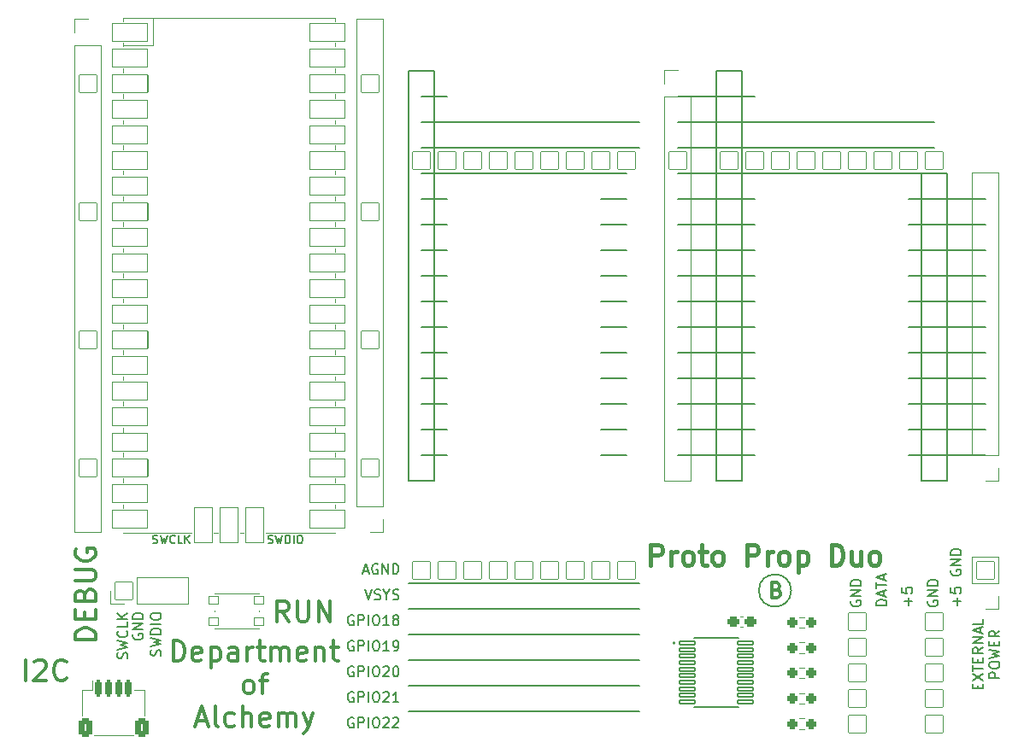
<source format=gto>
G04 #@! TF.GenerationSoftware,KiCad,Pcbnew,7.0.1*
G04 #@! TF.CreationDate,2023-09-08T10:55:18-05:00*
G04 #@! TF.ProjectId,ProtoPropDuo,50726f74-6f50-4726-9f70-44756f2e6b69,B*
G04 #@! TF.SameCoordinates,Original*
G04 #@! TF.FileFunction,Legend,Top*
G04 #@! TF.FilePolarity,Positive*
%FSLAX46Y46*%
G04 Gerber Fmt 4.6, Leading zero omitted, Abs format (unit mm)*
G04 Created by KiCad (PCBNEW 7.0.1) date 2023-09-08 10:55:18*
%MOMM*%
%LPD*%
G01*
G04 APERTURE LIST*
G04 Aperture macros list*
%AMRoundRect*
0 Rectangle with rounded corners*
0 $1 Rounding radius*
0 $2 $3 $4 $5 $6 $7 $8 $9 X,Y pos of 4 corners*
0 Add a 4 corners polygon primitive as box body*
4,1,4,$2,$3,$4,$5,$6,$7,$8,$9,$2,$3,0*
0 Add four circle primitives for the rounded corners*
1,1,$1+$1,$2,$3*
1,1,$1+$1,$4,$5*
1,1,$1+$1,$6,$7*
1,1,$1+$1,$8,$9*
0 Add four rect primitives between the rounded corners*
20,1,$1+$1,$2,$3,$4,$5,0*
20,1,$1+$1,$4,$5,$6,$7,0*
20,1,$1+$1,$6,$7,$8,$9,0*
20,1,$1+$1,$8,$9,$2,$3,0*%
G04 Aperture macros list end*
%ADD10C,0.150000*%
%ADD11C,0.300000*%
%ADD12C,0.400000*%
%ADD13C,0.120000*%
%ADD14C,0.127000*%
%ADD15C,0.200000*%
%ADD16O,1.776000X1.776000*%
%ADD17C,1.776000*%
%ADD18RoundRect,0.038000X-0.850000X-0.850000X0.850000X-0.850000X0.850000X0.850000X-0.850000X0.850000X0*%
%ADD19C,2.362000*%
%ADD20RoundRect,0.038000X-0.850000X0.850000X-0.850000X-0.850000X0.850000X-0.850000X0.850000X0.850000X0*%
%ADD21C,4.576000*%
%ADD22C,2.276000*%
%ADD23RoundRect,0.188000X-0.150000X-0.625000X0.150000X-0.625000X0.150000X0.625000X-0.150000X0.625000X0*%
%ADD24RoundRect,0.288000X-0.350000X-0.650000X0.350000X-0.650000X0.350000X0.650000X-0.350000X0.650000X0*%
%ADD25RoundRect,0.275500X-0.300000X-0.237500X0.300000X-0.237500X0.300000X0.237500X-0.300000X0.237500X0*%
%ADD26RoundRect,0.275500X-0.250000X-0.237500X0.250000X-0.237500X0.250000X0.237500X-0.250000X0.237500X0*%
%ADD27RoundRect,0.058500X-0.764500X-0.184500X0.764500X-0.184500X0.764500X0.184500X-0.764500X0.184500X0*%
%ADD28RoundRect,0.038000X0.850000X-0.850000X0.850000X0.850000X-0.850000X0.850000X-0.850000X-0.850000X0*%
%ADD29RoundRect,0.038000X0.850000X0.850000X-0.850000X0.850000X-0.850000X-0.850000X0.850000X-0.850000X0*%
%ADD30RoundRect,0.038000X-0.500000X-0.350000X0.500000X-0.350000X0.500000X0.350000X-0.500000X0.350000X0*%
%ADD31O,1.876000X1.876000*%
%ADD32O,1.576000X1.576000*%
%ADD33RoundRect,0.038000X-1.750000X-0.850000X1.750000X-0.850000X1.750000X0.850000X-1.750000X0.850000X0*%
%ADD34RoundRect,0.038000X0.850000X-1.750000X0.850000X1.750000X-0.850000X1.750000X-0.850000X-1.750000X0*%
G04 APERTURE END LIST*
D10*
X220980000Y-72390000D02*
X223520000Y-72390000D01*
X203200000Y-82550000D02*
X198120000Y-82550000D01*
X203200000Y-49530000D02*
X198120000Y-49530000D01*
X171450000Y-44450000D02*
X173990000Y-44450000D01*
X173990000Y-85090000D01*
X171450000Y-85090000D01*
X171450000Y-44450000D01*
X172720000Y-46990000D02*
X175260000Y-46990000D01*
X190500000Y-69850000D02*
X193040000Y-69850000D01*
X220980000Y-69850000D02*
X223520000Y-69850000D01*
X194310000Y-107950000D02*
X171450000Y-107950000D01*
X203200000Y-52070000D02*
X223520000Y-52070000D01*
X223520000Y-59690000D02*
X228600000Y-59690000D01*
X172720000Y-62230000D02*
X175260000Y-62230000D01*
X203200000Y-77470000D02*
X205740000Y-77470000D01*
X203200000Y-62230000D02*
X205740000Y-62230000D01*
X203200000Y-74930000D02*
X205740000Y-74930000D01*
X203200000Y-64770000D02*
X205740000Y-64770000D01*
X203200000Y-46990000D02*
X205740000Y-46990000D01*
X203200000Y-54610000D02*
X198120000Y-54610000D01*
X172720000Y-74930000D02*
X175260000Y-74930000D01*
X223520000Y-80010000D02*
X228600000Y-80010000D01*
X190500000Y-67310000D02*
X193040000Y-67310000D01*
X209372000Y-96012000D02*
G75*
G03*
X209372000Y-96012000I-1600000J0D01*
G01*
X203200000Y-57150000D02*
X205740000Y-57150000D01*
X190500000Y-72390000D02*
X193040000Y-72390000D01*
X223520000Y-57150000D02*
X228600000Y-57150000D01*
X203200000Y-54610000D02*
X223520000Y-54610000D01*
X171450000Y-100330000D02*
X194310000Y-100330000D01*
X172720000Y-64770000D02*
X175260000Y-64770000D01*
X220980000Y-74930000D02*
X223520000Y-74930000D01*
X172720000Y-80010000D02*
X175260000Y-80010000D01*
X190500000Y-82550000D02*
X193040000Y-82550000D01*
X190500000Y-62230000D02*
X193040000Y-62230000D01*
X203200000Y-67310000D02*
X205740000Y-67310000D01*
X203200000Y-46990000D02*
X198120000Y-46990000D01*
X171450000Y-95250000D02*
X194310000Y-95250000D01*
X220980000Y-67310000D02*
X223520000Y-67310000D01*
X203200000Y-57150000D02*
X198120000Y-57150000D01*
X172720000Y-77470000D02*
X175260000Y-77470000D01*
X203200000Y-59690000D02*
X205740000Y-59690000D01*
X220980000Y-59690000D02*
X223520000Y-59690000D01*
X203200000Y-74930000D02*
X198120000Y-74930000D01*
X171450000Y-102870000D02*
X194310000Y-102870000D01*
X172720000Y-52070000D02*
X194310000Y-52070000D01*
X223520000Y-64770000D02*
X228600000Y-64770000D01*
X220980000Y-82550000D02*
X223520000Y-82550000D01*
X190500000Y-74930000D02*
X193040000Y-74930000D01*
X172720000Y-59690000D02*
X175260000Y-59690000D01*
X172720000Y-54610000D02*
X193040000Y-54610000D01*
X223520000Y-69850000D02*
X228600000Y-69850000D01*
X203200000Y-72390000D02*
X205740000Y-72390000D01*
X172720000Y-69850000D02*
X175260000Y-69850000D01*
X194310000Y-97790000D02*
X171450000Y-97790000D01*
X201930000Y-44450000D02*
X204470000Y-44450000D01*
X204470000Y-85090000D01*
X201930000Y-85090000D01*
X201930000Y-44450000D01*
X203200000Y-59690000D02*
X198120000Y-59690000D01*
X203200000Y-49530000D02*
X223520000Y-49530000D01*
X203200000Y-80010000D02*
X205740000Y-80010000D01*
X223520000Y-62230000D02*
X228600000Y-62230000D01*
X203200000Y-62230000D02*
X198120000Y-62230000D01*
X172720000Y-57150000D02*
X175260000Y-57150000D01*
X223520000Y-67310000D02*
X228600000Y-67310000D01*
X190500000Y-59690000D02*
X193040000Y-59690000D01*
X220980000Y-80010000D02*
X223520000Y-80010000D01*
X172720000Y-67310000D02*
X175260000Y-67310000D01*
X172720000Y-72390000D02*
X175260000Y-72390000D01*
X220980000Y-62230000D02*
X223520000Y-62230000D01*
X203200000Y-67310000D02*
X198120000Y-67310000D01*
X223520000Y-74930000D02*
X228600000Y-74930000D01*
X220980000Y-64770000D02*
X223520000Y-64770000D01*
X203200000Y-69850000D02*
X205740000Y-69850000D01*
X172720000Y-49530000D02*
X194310000Y-49530000D01*
X223520000Y-72390000D02*
X228600000Y-72390000D01*
X190500000Y-64770000D02*
X193040000Y-64770000D01*
X190500000Y-77470000D02*
X193040000Y-77470000D01*
X203200000Y-69850000D02*
X198120000Y-69850000D01*
X223520000Y-82550000D02*
X228600000Y-82550000D01*
X203200000Y-64770000D02*
X198120000Y-64770000D01*
X220980000Y-77470000D02*
X223520000Y-77470000D01*
X203200000Y-80010000D02*
X198120000Y-80010000D01*
X190500000Y-57150000D02*
X193040000Y-57150000D01*
X203200000Y-72390000D02*
X198120000Y-72390000D01*
X172720000Y-82550000D02*
X175260000Y-82550000D01*
X203200000Y-77470000D02*
X198120000Y-77470000D01*
X203200000Y-82550000D02*
X205740000Y-82550000D01*
X223520000Y-77470000D02*
X228600000Y-77470000D01*
X220980000Y-57150000D02*
X223520000Y-57150000D01*
X203200000Y-52070000D02*
X198120000Y-52070000D01*
X222250000Y-54610000D02*
X224790000Y-54610000D01*
X224790000Y-85090000D01*
X222250000Y-85090000D01*
X222250000Y-54610000D01*
X190500000Y-80010000D02*
X193040000Y-80010000D01*
X171450000Y-105410000D02*
X194310000Y-105410000D01*
X143594000Y-102758285D02*
X143641619Y-102615428D01*
X143641619Y-102615428D02*
X143641619Y-102377333D01*
X143641619Y-102377333D02*
X143594000Y-102282095D01*
X143594000Y-102282095D02*
X143546380Y-102234476D01*
X143546380Y-102234476D02*
X143451142Y-102186857D01*
X143451142Y-102186857D02*
X143355904Y-102186857D01*
X143355904Y-102186857D02*
X143260666Y-102234476D01*
X143260666Y-102234476D02*
X143213047Y-102282095D01*
X143213047Y-102282095D02*
X143165428Y-102377333D01*
X143165428Y-102377333D02*
X143117809Y-102567809D01*
X143117809Y-102567809D02*
X143070190Y-102663047D01*
X143070190Y-102663047D02*
X143022571Y-102710666D01*
X143022571Y-102710666D02*
X142927333Y-102758285D01*
X142927333Y-102758285D02*
X142832095Y-102758285D01*
X142832095Y-102758285D02*
X142736857Y-102710666D01*
X142736857Y-102710666D02*
X142689238Y-102663047D01*
X142689238Y-102663047D02*
X142641619Y-102567809D01*
X142641619Y-102567809D02*
X142641619Y-102329714D01*
X142641619Y-102329714D02*
X142689238Y-102186857D01*
X142641619Y-101853523D02*
X143641619Y-101615428D01*
X143641619Y-101615428D02*
X142927333Y-101424952D01*
X142927333Y-101424952D02*
X143641619Y-101234476D01*
X143641619Y-101234476D02*
X142641619Y-100996381D01*
X143546380Y-100044000D02*
X143594000Y-100091619D01*
X143594000Y-100091619D02*
X143641619Y-100234476D01*
X143641619Y-100234476D02*
X143641619Y-100329714D01*
X143641619Y-100329714D02*
X143594000Y-100472571D01*
X143594000Y-100472571D02*
X143498761Y-100567809D01*
X143498761Y-100567809D02*
X143403523Y-100615428D01*
X143403523Y-100615428D02*
X143213047Y-100663047D01*
X143213047Y-100663047D02*
X143070190Y-100663047D01*
X143070190Y-100663047D02*
X142879714Y-100615428D01*
X142879714Y-100615428D02*
X142784476Y-100567809D01*
X142784476Y-100567809D02*
X142689238Y-100472571D01*
X142689238Y-100472571D02*
X142641619Y-100329714D01*
X142641619Y-100329714D02*
X142641619Y-100234476D01*
X142641619Y-100234476D02*
X142689238Y-100091619D01*
X142689238Y-100091619D02*
X142736857Y-100044000D01*
X143641619Y-99139238D02*
X143641619Y-99615428D01*
X143641619Y-99615428D02*
X142641619Y-99615428D01*
X143641619Y-98805904D02*
X142641619Y-98805904D01*
X143641619Y-98234476D02*
X143070190Y-98663047D01*
X142641619Y-98234476D02*
X143213047Y-98805904D01*
X166021333Y-108653238D02*
X165926095Y-108605619D01*
X165926095Y-108605619D02*
X165783238Y-108605619D01*
X165783238Y-108605619D02*
X165640381Y-108653238D01*
X165640381Y-108653238D02*
X165545143Y-108748476D01*
X165545143Y-108748476D02*
X165497524Y-108843714D01*
X165497524Y-108843714D02*
X165449905Y-109034190D01*
X165449905Y-109034190D02*
X165449905Y-109177047D01*
X165449905Y-109177047D02*
X165497524Y-109367523D01*
X165497524Y-109367523D02*
X165545143Y-109462761D01*
X165545143Y-109462761D02*
X165640381Y-109558000D01*
X165640381Y-109558000D02*
X165783238Y-109605619D01*
X165783238Y-109605619D02*
X165878476Y-109605619D01*
X165878476Y-109605619D02*
X166021333Y-109558000D01*
X166021333Y-109558000D02*
X166068952Y-109510380D01*
X166068952Y-109510380D02*
X166068952Y-109177047D01*
X166068952Y-109177047D02*
X165878476Y-109177047D01*
X166497524Y-109605619D02*
X166497524Y-108605619D01*
X166497524Y-108605619D02*
X166878476Y-108605619D01*
X166878476Y-108605619D02*
X166973714Y-108653238D01*
X166973714Y-108653238D02*
X167021333Y-108700857D01*
X167021333Y-108700857D02*
X167068952Y-108796095D01*
X167068952Y-108796095D02*
X167068952Y-108938952D01*
X167068952Y-108938952D02*
X167021333Y-109034190D01*
X167021333Y-109034190D02*
X166973714Y-109081809D01*
X166973714Y-109081809D02*
X166878476Y-109129428D01*
X166878476Y-109129428D02*
X166497524Y-109129428D01*
X167497524Y-109605619D02*
X167497524Y-108605619D01*
X168164190Y-108605619D02*
X168354666Y-108605619D01*
X168354666Y-108605619D02*
X168449904Y-108653238D01*
X168449904Y-108653238D02*
X168545142Y-108748476D01*
X168545142Y-108748476D02*
X168592761Y-108938952D01*
X168592761Y-108938952D02*
X168592761Y-109272285D01*
X168592761Y-109272285D02*
X168545142Y-109462761D01*
X168545142Y-109462761D02*
X168449904Y-109558000D01*
X168449904Y-109558000D02*
X168354666Y-109605619D01*
X168354666Y-109605619D02*
X168164190Y-109605619D01*
X168164190Y-109605619D02*
X168068952Y-109558000D01*
X168068952Y-109558000D02*
X167973714Y-109462761D01*
X167973714Y-109462761D02*
X167926095Y-109272285D01*
X167926095Y-109272285D02*
X167926095Y-108938952D01*
X167926095Y-108938952D02*
X167973714Y-108748476D01*
X167973714Y-108748476D02*
X168068952Y-108653238D01*
X168068952Y-108653238D02*
X168164190Y-108605619D01*
X168973714Y-108700857D02*
X169021333Y-108653238D01*
X169021333Y-108653238D02*
X169116571Y-108605619D01*
X169116571Y-108605619D02*
X169354666Y-108605619D01*
X169354666Y-108605619D02*
X169449904Y-108653238D01*
X169449904Y-108653238D02*
X169497523Y-108700857D01*
X169497523Y-108700857D02*
X169545142Y-108796095D01*
X169545142Y-108796095D02*
X169545142Y-108891333D01*
X169545142Y-108891333D02*
X169497523Y-109034190D01*
X169497523Y-109034190D02*
X168926095Y-109605619D01*
X168926095Y-109605619D02*
X169545142Y-109605619D01*
X169926095Y-108700857D02*
X169973714Y-108653238D01*
X169973714Y-108653238D02*
X170068952Y-108605619D01*
X170068952Y-108605619D02*
X170307047Y-108605619D01*
X170307047Y-108605619D02*
X170402285Y-108653238D01*
X170402285Y-108653238D02*
X170449904Y-108700857D01*
X170449904Y-108700857D02*
X170497523Y-108796095D01*
X170497523Y-108796095D02*
X170497523Y-108891333D01*
X170497523Y-108891333D02*
X170449904Y-109034190D01*
X170449904Y-109034190D02*
X169878476Y-109605619D01*
X169878476Y-109605619D02*
X170497523Y-109605619D01*
X146896000Y-102472570D02*
X146943619Y-102329713D01*
X146943619Y-102329713D02*
X146943619Y-102091618D01*
X146943619Y-102091618D02*
X146896000Y-101996380D01*
X146896000Y-101996380D02*
X146848380Y-101948761D01*
X146848380Y-101948761D02*
X146753142Y-101901142D01*
X146753142Y-101901142D02*
X146657904Y-101901142D01*
X146657904Y-101901142D02*
X146562666Y-101948761D01*
X146562666Y-101948761D02*
X146515047Y-101996380D01*
X146515047Y-101996380D02*
X146467428Y-102091618D01*
X146467428Y-102091618D02*
X146419809Y-102282094D01*
X146419809Y-102282094D02*
X146372190Y-102377332D01*
X146372190Y-102377332D02*
X146324571Y-102424951D01*
X146324571Y-102424951D02*
X146229333Y-102472570D01*
X146229333Y-102472570D02*
X146134095Y-102472570D01*
X146134095Y-102472570D02*
X146038857Y-102424951D01*
X146038857Y-102424951D02*
X145991238Y-102377332D01*
X145991238Y-102377332D02*
X145943619Y-102282094D01*
X145943619Y-102282094D02*
X145943619Y-102043999D01*
X145943619Y-102043999D02*
X145991238Y-101901142D01*
X145943619Y-101567808D02*
X146943619Y-101329713D01*
X146943619Y-101329713D02*
X146229333Y-101139237D01*
X146229333Y-101139237D02*
X146943619Y-100948761D01*
X146943619Y-100948761D02*
X145943619Y-100710666D01*
X146943619Y-100329713D02*
X145943619Y-100329713D01*
X145943619Y-100329713D02*
X145943619Y-100091618D01*
X145943619Y-100091618D02*
X145991238Y-99948761D01*
X145991238Y-99948761D02*
X146086476Y-99853523D01*
X146086476Y-99853523D02*
X146181714Y-99805904D01*
X146181714Y-99805904D02*
X146372190Y-99758285D01*
X146372190Y-99758285D02*
X146515047Y-99758285D01*
X146515047Y-99758285D02*
X146705523Y-99805904D01*
X146705523Y-99805904D02*
X146800761Y-99853523D01*
X146800761Y-99853523D02*
X146896000Y-99948761D01*
X146896000Y-99948761D02*
X146943619Y-100091618D01*
X146943619Y-100091618D02*
X146943619Y-100329713D01*
X146943619Y-99329713D02*
X145943619Y-99329713D01*
X145943619Y-98663047D02*
X145943619Y-98472571D01*
X145943619Y-98472571D02*
X145991238Y-98377333D01*
X145991238Y-98377333D02*
X146086476Y-98282095D01*
X146086476Y-98282095D02*
X146276952Y-98234476D01*
X146276952Y-98234476D02*
X146610285Y-98234476D01*
X146610285Y-98234476D02*
X146800761Y-98282095D01*
X146800761Y-98282095D02*
X146896000Y-98377333D01*
X146896000Y-98377333D02*
X146943619Y-98472571D01*
X146943619Y-98472571D02*
X146943619Y-98663047D01*
X146943619Y-98663047D02*
X146896000Y-98758285D01*
X146896000Y-98758285D02*
X146800761Y-98853523D01*
X146800761Y-98853523D02*
X146610285Y-98901142D01*
X146610285Y-98901142D02*
X146276952Y-98901142D01*
X146276952Y-98901142D02*
X146086476Y-98853523D01*
X146086476Y-98853523D02*
X145991238Y-98758285D01*
X145991238Y-98758285D02*
X145943619Y-98663047D01*
D11*
X148162380Y-103003238D02*
X148162380Y-101003238D01*
X148162380Y-101003238D02*
X148638570Y-101003238D01*
X148638570Y-101003238D02*
X148924285Y-101098476D01*
X148924285Y-101098476D02*
X149114761Y-101288952D01*
X149114761Y-101288952D02*
X149209999Y-101479428D01*
X149209999Y-101479428D02*
X149305237Y-101860380D01*
X149305237Y-101860380D02*
X149305237Y-102146095D01*
X149305237Y-102146095D02*
X149209999Y-102527047D01*
X149209999Y-102527047D02*
X149114761Y-102717523D01*
X149114761Y-102717523D02*
X148924285Y-102908000D01*
X148924285Y-102908000D02*
X148638570Y-103003238D01*
X148638570Y-103003238D02*
X148162380Y-103003238D01*
X150924285Y-102908000D02*
X150733809Y-103003238D01*
X150733809Y-103003238D02*
X150352856Y-103003238D01*
X150352856Y-103003238D02*
X150162380Y-102908000D01*
X150162380Y-102908000D02*
X150067142Y-102717523D01*
X150067142Y-102717523D02*
X150067142Y-101955619D01*
X150067142Y-101955619D02*
X150162380Y-101765142D01*
X150162380Y-101765142D02*
X150352856Y-101669904D01*
X150352856Y-101669904D02*
X150733809Y-101669904D01*
X150733809Y-101669904D02*
X150924285Y-101765142D01*
X150924285Y-101765142D02*
X151019523Y-101955619D01*
X151019523Y-101955619D02*
X151019523Y-102146095D01*
X151019523Y-102146095D02*
X150067142Y-102336571D01*
X151876666Y-101669904D02*
X151876666Y-103669904D01*
X151876666Y-101765142D02*
X152067142Y-101669904D01*
X152067142Y-101669904D02*
X152448095Y-101669904D01*
X152448095Y-101669904D02*
X152638571Y-101765142D01*
X152638571Y-101765142D02*
X152733809Y-101860380D01*
X152733809Y-101860380D02*
X152829047Y-102050857D01*
X152829047Y-102050857D02*
X152829047Y-102622285D01*
X152829047Y-102622285D02*
X152733809Y-102812761D01*
X152733809Y-102812761D02*
X152638571Y-102908000D01*
X152638571Y-102908000D02*
X152448095Y-103003238D01*
X152448095Y-103003238D02*
X152067142Y-103003238D01*
X152067142Y-103003238D02*
X151876666Y-102908000D01*
X154543333Y-103003238D02*
X154543333Y-101955619D01*
X154543333Y-101955619D02*
X154448095Y-101765142D01*
X154448095Y-101765142D02*
X154257619Y-101669904D01*
X154257619Y-101669904D02*
X153876666Y-101669904D01*
X153876666Y-101669904D02*
X153686190Y-101765142D01*
X154543333Y-102908000D02*
X154352857Y-103003238D01*
X154352857Y-103003238D02*
X153876666Y-103003238D01*
X153876666Y-103003238D02*
X153686190Y-102908000D01*
X153686190Y-102908000D02*
X153590952Y-102717523D01*
X153590952Y-102717523D02*
X153590952Y-102527047D01*
X153590952Y-102527047D02*
X153686190Y-102336571D01*
X153686190Y-102336571D02*
X153876666Y-102241333D01*
X153876666Y-102241333D02*
X154352857Y-102241333D01*
X154352857Y-102241333D02*
X154543333Y-102146095D01*
X155495714Y-103003238D02*
X155495714Y-101669904D01*
X155495714Y-102050857D02*
X155590952Y-101860380D01*
X155590952Y-101860380D02*
X155686190Y-101765142D01*
X155686190Y-101765142D02*
X155876666Y-101669904D01*
X155876666Y-101669904D02*
X156067143Y-101669904D01*
X156448095Y-101669904D02*
X157209999Y-101669904D01*
X156733809Y-101003238D02*
X156733809Y-102717523D01*
X156733809Y-102717523D02*
X156829047Y-102908000D01*
X156829047Y-102908000D02*
X157019523Y-103003238D01*
X157019523Y-103003238D02*
X157209999Y-103003238D01*
X157876666Y-103003238D02*
X157876666Y-101669904D01*
X157876666Y-101860380D02*
X157971904Y-101765142D01*
X157971904Y-101765142D02*
X158162380Y-101669904D01*
X158162380Y-101669904D02*
X158448095Y-101669904D01*
X158448095Y-101669904D02*
X158638571Y-101765142D01*
X158638571Y-101765142D02*
X158733809Y-101955619D01*
X158733809Y-101955619D02*
X158733809Y-103003238D01*
X158733809Y-101955619D02*
X158829047Y-101765142D01*
X158829047Y-101765142D02*
X159019523Y-101669904D01*
X159019523Y-101669904D02*
X159305237Y-101669904D01*
X159305237Y-101669904D02*
X159495714Y-101765142D01*
X159495714Y-101765142D02*
X159590952Y-101955619D01*
X159590952Y-101955619D02*
X159590952Y-103003238D01*
X161305238Y-102908000D02*
X161114762Y-103003238D01*
X161114762Y-103003238D02*
X160733809Y-103003238D01*
X160733809Y-103003238D02*
X160543333Y-102908000D01*
X160543333Y-102908000D02*
X160448095Y-102717523D01*
X160448095Y-102717523D02*
X160448095Y-101955619D01*
X160448095Y-101955619D02*
X160543333Y-101765142D01*
X160543333Y-101765142D02*
X160733809Y-101669904D01*
X160733809Y-101669904D02*
X161114762Y-101669904D01*
X161114762Y-101669904D02*
X161305238Y-101765142D01*
X161305238Y-101765142D02*
X161400476Y-101955619D01*
X161400476Y-101955619D02*
X161400476Y-102146095D01*
X161400476Y-102146095D02*
X160448095Y-102336571D01*
X162257619Y-101669904D02*
X162257619Y-103003238D01*
X162257619Y-101860380D02*
X162352857Y-101765142D01*
X162352857Y-101765142D02*
X162543333Y-101669904D01*
X162543333Y-101669904D02*
X162829048Y-101669904D01*
X162829048Y-101669904D02*
X163019524Y-101765142D01*
X163019524Y-101765142D02*
X163114762Y-101955619D01*
X163114762Y-101955619D02*
X163114762Y-103003238D01*
X163781429Y-101669904D02*
X164543333Y-101669904D01*
X164067143Y-101003238D02*
X164067143Y-102717523D01*
X164067143Y-102717523D02*
X164162381Y-102908000D01*
X164162381Y-102908000D02*
X164352857Y-103003238D01*
X164352857Y-103003238D02*
X164543333Y-103003238D01*
X155495714Y-106243238D02*
X155305238Y-106148000D01*
X155305238Y-106148000D02*
X155210000Y-106052761D01*
X155210000Y-106052761D02*
X155114762Y-105862285D01*
X155114762Y-105862285D02*
X155114762Y-105290857D01*
X155114762Y-105290857D02*
X155210000Y-105100380D01*
X155210000Y-105100380D02*
X155305238Y-105005142D01*
X155305238Y-105005142D02*
X155495714Y-104909904D01*
X155495714Y-104909904D02*
X155781429Y-104909904D01*
X155781429Y-104909904D02*
X155971905Y-105005142D01*
X155971905Y-105005142D02*
X156067143Y-105100380D01*
X156067143Y-105100380D02*
X156162381Y-105290857D01*
X156162381Y-105290857D02*
X156162381Y-105862285D01*
X156162381Y-105862285D02*
X156067143Y-106052761D01*
X156067143Y-106052761D02*
X155971905Y-106148000D01*
X155971905Y-106148000D02*
X155781429Y-106243238D01*
X155781429Y-106243238D02*
X155495714Y-106243238D01*
X156733810Y-104909904D02*
X157495714Y-104909904D01*
X157019524Y-106243238D02*
X157019524Y-104528952D01*
X157019524Y-104528952D02*
X157114762Y-104338476D01*
X157114762Y-104338476D02*
X157305238Y-104243238D01*
X157305238Y-104243238D02*
X157495714Y-104243238D01*
X150495713Y-108911809D02*
X151448094Y-108911809D01*
X150305237Y-109483238D02*
X150971903Y-107483238D01*
X150971903Y-107483238D02*
X151638570Y-109483238D01*
X152590951Y-109483238D02*
X152400475Y-109388000D01*
X152400475Y-109388000D02*
X152305237Y-109197523D01*
X152305237Y-109197523D02*
X152305237Y-107483238D01*
X154209999Y-109388000D02*
X154019523Y-109483238D01*
X154019523Y-109483238D02*
X153638570Y-109483238D01*
X153638570Y-109483238D02*
X153448094Y-109388000D01*
X153448094Y-109388000D02*
X153352856Y-109292761D01*
X153352856Y-109292761D02*
X153257618Y-109102285D01*
X153257618Y-109102285D02*
X153257618Y-108530857D01*
X153257618Y-108530857D02*
X153352856Y-108340380D01*
X153352856Y-108340380D02*
X153448094Y-108245142D01*
X153448094Y-108245142D02*
X153638570Y-108149904D01*
X153638570Y-108149904D02*
X154019523Y-108149904D01*
X154019523Y-108149904D02*
X154209999Y-108245142D01*
X155067142Y-109483238D02*
X155067142Y-107483238D01*
X155924285Y-109483238D02*
X155924285Y-108435619D01*
X155924285Y-108435619D02*
X155829047Y-108245142D01*
X155829047Y-108245142D02*
X155638571Y-108149904D01*
X155638571Y-108149904D02*
X155352856Y-108149904D01*
X155352856Y-108149904D02*
X155162380Y-108245142D01*
X155162380Y-108245142D02*
X155067142Y-108340380D01*
X157638571Y-109388000D02*
X157448095Y-109483238D01*
X157448095Y-109483238D02*
X157067142Y-109483238D01*
X157067142Y-109483238D02*
X156876666Y-109388000D01*
X156876666Y-109388000D02*
X156781428Y-109197523D01*
X156781428Y-109197523D02*
X156781428Y-108435619D01*
X156781428Y-108435619D02*
X156876666Y-108245142D01*
X156876666Y-108245142D02*
X157067142Y-108149904D01*
X157067142Y-108149904D02*
X157448095Y-108149904D01*
X157448095Y-108149904D02*
X157638571Y-108245142D01*
X157638571Y-108245142D02*
X157733809Y-108435619D01*
X157733809Y-108435619D02*
X157733809Y-108626095D01*
X157733809Y-108626095D02*
X156781428Y-108816571D01*
X158590952Y-109483238D02*
X158590952Y-108149904D01*
X158590952Y-108340380D02*
X158686190Y-108245142D01*
X158686190Y-108245142D02*
X158876666Y-108149904D01*
X158876666Y-108149904D02*
X159162381Y-108149904D01*
X159162381Y-108149904D02*
X159352857Y-108245142D01*
X159352857Y-108245142D02*
X159448095Y-108435619D01*
X159448095Y-108435619D02*
X159448095Y-109483238D01*
X159448095Y-108435619D02*
X159543333Y-108245142D01*
X159543333Y-108245142D02*
X159733809Y-108149904D01*
X159733809Y-108149904D02*
X160019523Y-108149904D01*
X160019523Y-108149904D02*
X160210000Y-108245142D01*
X160210000Y-108245142D02*
X160305238Y-108435619D01*
X160305238Y-108435619D02*
X160305238Y-109483238D01*
X161067143Y-108149904D02*
X161543333Y-109483238D01*
X162019524Y-108149904D02*
X161543333Y-109483238D01*
X161543333Y-109483238D02*
X161352857Y-109959428D01*
X161352857Y-109959428D02*
X161257619Y-110054666D01*
X161257619Y-110054666D02*
X161067143Y-110149904D01*
D10*
X167164190Y-95905619D02*
X167497523Y-96905619D01*
X167497523Y-96905619D02*
X167830856Y-95905619D01*
X168116571Y-96858000D02*
X168259428Y-96905619D01*
X168259428Y-96905619D02*
X168497523Y-96905619D01*
X168497523Y-96905619D02*
X168592761Y-96858000D01*
X168592761Y-96858000D02*
X168640380Y-96810380D01*
X168640380Y-96810380D02*
X168687999Y-96715142D01*
X168687999Y-96715142D02*
X168687999Y-96619904D01*
X168687999Y-96619904D02*
X168640380Y-96524666D01*
X168640380Y-96524666D02*
X168592761Y-96477047D01*
X168592761Y-96477047D02*
X168497523Y-96429428D01*
X168497523Y-96429428D02*
X168307047Y-96381809D01*
X168307047Y-96381809D02*
X168211809Y-96334190D01*
X168211809Y-96334190D02*
X168164190Y-96286571D01*
X168164190Y-96286571D02*
X168116571Y-96191333D01*
X168116571Y-96191333D02*
X168116571Y-96096095D01*
X168116571Y-96096095D02*
X168164190Y-96000857D01*
X168164190Y-96000857D02*
X168211809Y-95953238D01*
X168211809Y-95953238D02*
X168307047Y-95905619D01*
X168307047Y-95905619D02*
X168545142Y-95905619D01*
X168545142Y-95905619D02*
X168687999Y-95953238D01*
X169307047Y-96429428D02*
X169307047Y-96905619D01*
X168973714Y-95905619D02*
X169307047Y-96429428D01*
X169307047Y-96429428D02*
X169640380Y-95905619D01*
X169926095Y-96858000D02*
X170068952Y-96905619D01*
X170068952Y-96905619D02*
X170307047Y-96905619D01*
X170307047Y-96905619D02*
X170402285Y-96858000D01*
X170402285Y-96858000D02*
X170449904Y-96810380D01*
X170449904Y-96810380D02*
X170497523Y-96715142D01*
X170497523Y-96715142D02*
X170497523Y-96619904D01*
X170497523Y-96619904D02*
X170449904Y-96524666D01*
X170449904Y-96524666D02*
X170402285Y-96477047D01*
X170402285Y-96477047D02*
X170307047Y-96429428D01*
X170307047Y-96429428D02*
X170116571Y-96381809D01*
X170116571Y-96381809D02*
X170021333Y-96334190D01*
X170021333Y-96334190D02*
X169973714Y-96286571D01*
X169973714Y-96286571D02*
X169926095Y-96191333D01*
X169926095Y-96191333D02*
X169926095Y-96096095D01*
X169926095Y-96096095D02*
X169973714Y-96000857D01*
X169973714Y-96000857D02*
X170021333Y-95953238D01*
X170021333Y-95953238D02*
X170116571Y-95905619D01*
X170116571Y-95905619D02*
X170354666Y-95905619D01*
X170354666Y-95905619D02*
X170497523Y-95953238D01*
X220984666Y-97456380D02*
X220984666Y-96694476D01*
X221365619Y-97075428D02*
X220603714Y-97075428D01*
X220365619Y-95742095D02*
X220365619Y-96218285D01*
X220365619Y-96218285D02*
X220841809Y-96265904D01*
X220841809Y-96265904D02*
X220794190Y-96218285D01*
X220794190Y-96218285D02*
X220746571Y-96123047D01*
X220746571Y-96123047D02*
X220746571Y-95884952D01*
X220746571Y-95884952D02*
X220794190Y-95789714D01*
X220794190Y-95789714D02*
X220841809Y-95742095D01*
X220841809Y-95742095D02*
X220937047Y-95694476D01*
X220937047Y-95694476D02*
X221175142Y-95694476D01*
X221175142Y-95694476D02*
X221270380Y-95742095D01*
X221270380Y-95742095D02*
X221318000Y-95789714D01*
X221318000Y-95789714D02*
X221365619Y-95884952D01*
X221365619Y-95884952D02*
X221365619Y-96123047D01*
X221365619Y-96123047D02*
X221318000Y-96218285D01*
X221318000Y-96218285D02*
X221270380Y-96265904D01*
D11*
X133572190Y-104911238D02*
X133572190Y-102911238D01*
X134429333Y-103101714D02*
X134524571Y-103006476D01*
X134524571Y-103006476D02*
X134715047Y-102911238D01*
X134715047Y-102911238D02*
X135191238Y-102911238D01*
X135191238Y-102911238D02*
X135381714Y-103006476D01*
X135381714Y-103006476D02*
X135476952Y-103101714D01*
X135476952Y-103101714D02*
X135572190Y-103292190D01*
X135572190Y-103292190D02*
X135572190Y-103482666D01*
X135572190Y-103482666D02*
X135476952Y-103768380D01*
X135476952Y-103768380D02*
X134334095Y-104911238D01*
X134334095Y-104911238D02*
X135572190Y-104911238D01*
X137572190Y-104720761D02*
X137476952Y-104816000D01*
X137476952Y-104816000D02*
X137191238Y-104911238D01*
X137191238Y-104911238D02*
X137000762Y-104911238D01*
X137000762Y-104911238D02*
X136715047Y-104816000D01*
X136715047Y-104816000D02*
X136524571Y-104625523D01*
X136524571Y-104625523D02*
X136429333Y-104435047D01*
X136429333Y-104435047D02*
X136334095Y-104054095D01*
X136334095Y-104054095D02*
X136334095Y-103768380D01*
X136334095Y-103768380D02*
X136429333Y-103387428D01*
X136429333Y-103387428D02*
X136524571Y-103196952D01*
X136524571Y-103196952D02*
X136715047Y-103006476D01*
X136715047Y-103006476D02*
X137000762Y-102911238D01*
X137000762Y-102911238D02*
X137191238Y-102911238D01*
X137191238Y-102911238D02*
X137476952Y-103006476D01*
X137476952Y-103006476D02*
X137572190Y-103101714D01*
X140471238Y-100869809D02*
X138471238Y-100869809D01*
X138471238Y-100869809D02*
X138471238Y-100393619D01*
X138471238Y-100393619D02*
X138566476Y-100107904D01*
X138566476Y-100107904D02*
X138756952Y-99917428D01*
X138756952Y-99917428D02*
X138947428Y-99822190D01*
X138947428Y-99822190D02*
X139328380Y-99726952D01*
X139328380Y-99726952D02*
X139614095Y-99726952D01*
X139614095Y-99726952D02*
X139995047Y-99822190D01*
X139995047Y-99822190D02*
X140185523Y-99917428D01*
X140185523Y-99917428D02*
X140376000Y-100107904D01*
X140376000Y-100107904D02*
X140471238Y-100393619D01*
X140471238Y-100393619D02*
X140471238Y-100869809D01*
X139423619Y-98869809D02*
X139423619Y-98203142D01*
X140471238Y-97917428D02*
X140471238Y-98869809D01*
X140471238Y-98869809D02*
X138471238Y-98869809D01*
X138471238Y-98869809D02*
X138471238Y-97917428D01*
X139423619Y-96393618D02*
X139518857Y-96107904D01*
X139518857Y-96107904D02*
X139614095Y-96012666D01*
X139614095Y-96012666D02*
X139804571Y-95917428D01*
X139804571Y-95917428D02*
X140090285Y-95917428D01*
X140090285Y-95917428D02*
X140280761Y-96012666D01*
X140280761Y-96012666D02*
X140376000Y-96107904D01*
X140376000Y-96107904D02*
X140471238Y-96298380D01*
X140471238Y-96298380D02*
X140471238Y-97060285D01*
X140471238Y-97060285D02*
X138471238Y-97060285D01*
X138471238Y-97060285D02*
X138471238Y-96393618D01*
X138471238Y-96393618D02*
X138566476Y-96203142D01*
X138566476Y-96203142D02*
X138661714Y-96107904D01*
X138661714Y-96107904D02*
X138852190Y-96012666D01*
X138852190Y-96012666D02*
X139042666Y-96012666D01*
X139042666Y-96012666D02*
X139233142Y-96107904D01*
X139233142Y-96107904D02*
X139328380Y-96203142D01*
X139328380Y-96203142D02*
X139423619Y-96393618D01*
X139423619Y-96393618D02*
X139423619Y-97060285D01*
X138471238Y-95060285D02*
X140090285Y-95060285D01*
X140090285Y-95060285D02*
X140280761Y-94965047D01*
X140280761Y-94965047D02*
X140376000Y-94869809D01*
X140376000Y-94869809D02*
X140471238Y-94679333D01*
X140471238Y-94679333D02*
X140471238Y-94298380D01*
X140471238Y-94298380D02*
X140376000Y-94107904D01*
X140376000Y-94107904D02*
X140280761Y-94012666D01*
X140280761Y-94012666D02*
X140090285Y-93917428D01*
X140090285Y-93917428D02*
X138471238Y-93917428D01*
X138566476Y-91917428D02*
X138471238Y-92107904D01*
X138471238Y-92107904D02*
X138471238Y-92393618D01*
X138471238Y-92393618D02*
X138566476Y-92679333D01*
X138566476Y-92679333D02*
X138756952Y-92869809D01*
X138756952Y-92869809D02*
X138947428Y-92965047D01*
X138947428Y-92965047D02*
X139328380Y-93060285D01*
X139328380Y-93060285D02*
X139614095Y-93060285D01*
X139614095Y-93060285D02*
X139995047Y-92965047D01*
X139995047Y-92965047D02*
X140185523Y-92869809D01*
X140185523Y-92869809D02*
X140376000Y-92679333D01*
X140376000Y-92679333D02*
X140471238Y-92393618D01*
X140471238Y-92393618D02*
X140471238Y-92203142D01*
X140471238Y-92203142D02*
X140376000Y-91917428D01*
X140376000Y-91917428D02*
X140280761Y-91822190D01*
X140280761Y-91822190D02*
X139614095Y-91822190D01*
X139614095Y-91822190D02*
X139614095Y-92203142D01*
D10*
X144213238Y-100329714D02*
X144165619Y-100424952D01*
X144165619Y-100424952D02*
X144165619Y-100567809D01*
X144165619Y-100567809D02*
X144213238Y-100710666D01*
X144213238Y-100710666D02*
X144308476Y-100805904D01*
X144308476Y-100805904D02*
X144403714Y-100853523D01*
X144403714Y-100853523D02*
X144594190Y-100901142D01*
X144594190Y-100901142D02*
X144737047Y-100901142D01*
X144737047Y-100901142D02*
X144927523Y-100853523D01*
X144927523Y-100853523D02*
X145022761Y-100805904D01*
X145022761Y-100805904D02*
X145118000Y-100710666D01*
X145118000Y-100710666D02*
X145165619Y-100567809D01*
X145165619Y-100567809D02*
X145165619Y-100472571D01*
X145165619Y-100472571D02*
X145118000Y-100329714D01*
X145118000Y-100329714D02*
X145070380Y-100282095D01*
X145070380Y-100282095D02*
X144737047Y-100282095D01*
X144737047Y-100282095D02*
X144737047Y-100472571D01*
X145165619Y-99853523D02*
X144165619Y-99853523D01*
X144165619Y-99853523D02*
X145165619Y-99282095D01*
X145165619Y-99282095D02*
X144165619Y-99282095D01*
X145165619Y-98805904D02*
X144165619Y-98805904D01*
X144165619Y-98805904D02*
X144165619Y-98567809D01*
X144165619Y-98567809D02*
X144213238Y-98424952D01*
X144213238Y-98424952D02*
X144308476Y-98329714D01*
X144308476Y-98329714D02*
X144403714Y-98282095D01*
X144403714Y-98282095D02*
X144594190Y-98234476D01*
X144594190Y-98234476D02*
X144737047Y-98234476D01*
X144737047Y-98234476D02*
X144927523Y-98282095D01*
X144927523Y-98282095D02*
X145022761Y-98329714D01*
X145022761Y-98329714D02*
X145118000Y-98424952D01*
X145118000Y-98424952D02*
X145165619Y-98567809D01*
X145165619Y-98567809D02*
X145165619Y-98805904D01*
X215333238Y-97027714D02*
X215285619Y-97122952D01*
X215285619Y-97122952D02*
X215285619Y-97265809D01*
X215285619Y-97265809D02*
X215333238Y-97408666D01*
X215333238Y-97408666D02*
X215428476Y-97503904D01*
X215428476Y-97503904D02*
X215523714Y-97551523D01*
X215523714Y-97551523D02*
X215714190Y-97599142D01*
X215714190Y-97599142D02*
X215857047Y-97599142D01*
X215857047Y-97599142D02*
X216047523Y-97551523D01*
X216047523Y-97551523D02*
X216142761Y-97503904D01*
X216142761Y-97503904D02*
X216238000Y-97408666D01*
X216238000Y-97408666D02*
X216285619Y-97265809D01*
X216285619Y-97265809D02*
X216285619Y-97170571D01*
X216285619Y-97170571D02*
X216238000Y-97027714D01*
X216238000Y-97027714D02*
X216190380Y-96980095D01*
X216190380Y-96980095D02*
X215857047Y-96980095D01*
X215857047Y-96980095D02*
X215857047Y-97170571D01*
X216285619Y-96551523D02*
X215285619Y-96551523D01*
X215285619Y-96551523D02*
X216285619Y-95980095D01*
X216285619Y-95980095D02*
X215285619Y-95980095D01*
X216285619Y-95503904D02*
X215285619Y-95503904D01*
X215285619Y-95503904D02*
X215285619Y-95265809D01*
X215285619Y-95265809D02*
X215333238Y-95122952D01*
X215333238Y-95122952D02*
X215428476Y-95027714D01*
X215428476Y-95027714D02*
X215523714Y-94980095D01*
X215523714Y-94980095D02*
X215714190Y-94932476D01*
X215714190Y-94932476D02*
X215857047Y-94932476D01*
X215857047Y-94932476D02*
X216047523Y-94980095D01*
X216047523Y-94980095D02*
X216142761Y-95027714D01*
X216142761Y-95027714D02*
X216238000Y-95122952D01*
X216238000Y-95122952D02*
X216285619Y-95265809D01*
X216285619Y-95265809D02*
X216285619Y-95503904D01*
D11*
X159607047Y-99069238D02*
X158940380Y-98116857D01*
X158464190Y-99069238D02*
X158464190Y-97069238D01*
X158464190Y-97069238D02*
X159226095Y-97069238D01*
X159226095Y-97069238D02*
X159416571Y-97164476D01*
X159416571Y-97164476D02*
X159511809Y-97259714D01*
X159511809Y-97259714D02*
X159607047Y-97450190D01*
X159607047Y-97450190D02*
X159607047Y-97735904D01*
X159607047Y-97735904D02*
X159511809Y-97926380D01*
X159511809Y-97926380D02*
X159416571Y-98021619D01*
X159416571Y-98021619D02*
X159226095Y-98116857D01*
X159226095Y-98116857D02*
X158464190Y-98116857D01*
X160464190Y-97069238D02*
X160464190Y-98688285D01*
X160464190Y-98688285D02*
X160559428Y-98878761D01*
X160559428Y-98878761D02*
X160654666Y-98974000D01*
X160654666Y-98974000D02*
X160845142Y-99069238D01*
X160845142Y-99069238D02*
X161226095Y-99069238D01*
X161226095Y-99069238D02*
X161416571Y-98974000D01*
X161416571Y-98974000D02*
X161511809Y-98878761D01*
X161511809Y-98878761D02*
X161607047Y-98688285D01*
X161607047Y-98688285D02*
X161607047Y-97069238D01*
X162559428Y-99069238D02*
X162559428Y-97069238D01*
X162559428Y-97069238D02*
X163702285Y-99069238D01*
X163702285Y-99069238D02*
X163702285Y-97069238D01*
D10*
X225239238Y-93979714D02*
X225191619Y-94074952D01*
X225191619Y-94074952D02*
X225191619Y-94217809D01*
X225191619Y-94217809D02*
X225239238Y-94360666D01*
X225239238Y-94360666D02*
X225334476Y-94455904D01*
X225334476Y-94455904D02*
X225429714Y-94503523D01*
X225429714Y-94503523D02*
X225620190Y-94551142D01*
X225620190Y-94551142D02*
X225763047Y-94551142D01*
X225763047Y-94551142D02*
X225953523Y-94503523D01*
X225953523Y-94503523D02*
X226048761Y-94455904D01*
X226048761Y-94455904D02*
X226144000Y-94360666D01*
X226144000Y-94360666D02*
X226191619Y-94217809D01*
X226191619Y-94217809D02*
X226191619Y-94122571D01*
X226191619Y-94122571D02*
X226144000Y-93979714D01*
X226144000Y-93979714D02*
X226096380Y-93932095D01*
X226096380Y-93932095D02*
X225763047Y-93932095D01*
X225763047Y-93932095D02*
X225763047Y-94122571D01*
X226191619Y-93503523D02*
X225191619Y-93503523D01*
X225191619Y-93503523D02*
X226191619Y-92932095D01*
X226191619Y-92932095D02*
X225191619Y-92932095D01*
X226191619Y-92455904D02*
X225191619Y-92455904D01*
X225191619Y-92455904D02*
X225191619Y-92217809D01*
X225191619Y-92217809D02*
X225239238Y-92074952D01*
X225239238Y-92074952D02*
X225334476Y-91979714D01*
X225334476Y-91979714D02*
X225429714Y-91932095D01*
X225429714Y-91932095D02*
X225620190Y-91884476D01*
X225620190Y-91884476D02*
X225763047Y-91884476D01*
X225763047Y-91884476D02*
X225953523Y-91932095D01*
X225953523Y-91932095D02*
X226048761Y-91979714D01*
X226048761Y-91979714D02*
X226144000Y-92074952D01*
X226144000Y-92074952D02*
X226191619Y-92217809D01*
X226191619Y-92217809D02*
X226191619Y-92455904D01*
D11*
X207929142Y-95942714D02*
X208143428Y-96014142D01*
X208143428Y-96014142D02*
X208214857Y-96085571D01*
X208214857Y-96085571D02*
X208286285Y-96228428D01*
X208286285Y-96228428D02*
X208286285Y-96442714D01*
X208286285Y-96442714D02*
X208214857Y-96585571D01*
X208214857Y-96585571D02*
X208143428Y-96657000D01*
X208143428Y-96657000D02*
X208000571Y-96728428D01*
X208000571Y-96728428D02*
X207429142Y-96728428D01*
X207429142Y-96728428D02*
X207429142Y-95228428D01*
X207429142Y-95228428D02*
X207929142Y-95228428D01*
X207929142Y-95228428D02*
X208072000Y-95299857D01*
X208072000Y-95299857D02*
X208143428Y-95371285D01*
X208143428Y-95371285D02*
X208214857Y-95514142D01*
X208214857Y-95514142D02*
X208214857Y-95657000D01*
X208214857Y-95657000D02*
X208143428Y-95799857D01*
X208143428Y-95799857D02*
X208072000Y-95871285D01*
X208072000Y-95871285D02*
X207929142Y-95942714D01*
X207929142Y-95942714D02*
X207429142Y-95942714D01*
D10*
X227857809Y-105742952D02*
X227857809Y-105409619D01*
X228381619Y-105266762D02*
X228381619Y-105742952D01*
X228381619Y-105742952D02*
X227381619Y-105742952D01*
X227381619Y-105742952D02*
X227381619Y-105266762D01*
X227381619Y-104933428D02*
X228381619Y-104266762D01*
X227381619Y-104266762D02*
X228381619Y-104933428D01*
X227381619Y-104028666D02*
X227381619Y-103457238D01*
X228381619Y-103742952D02*
X227381619Y-103742952D01*
X227857809Y-103123904D02*
X227857809Y-102790571D01*
X228381619Y-102647714D02*
X228381619Y-103123904D01*
X228381619Y-103123904D02*
X227381619Y-103123904D01*
X227381619Y-103123904D02*
X227381619Y-102647714D01*
X228381619Y-101647714D02*
X227905428Y-101981047D01*
X228381619Y-102219142D02*
X227381619Y-102219142D01*
X227381619Y-102219142D02*
X227381619Y-101838190D01*
X227381619Y-101838190D02*
X227429238Y-101742952D01*
X227429238Y-101742952D02*
X227476857Y-101695333D01*
X227476857Y-101695333D02*
X227572095Y-101647714D01*
X227572095Y-101647714D02*
X227714952Y-101647714D01*
X227714952Y-101647714D02*
X227810190Y-101695333D01*
X227810190Y-101695333D02*
X227857809Y-101742952D01*
X227857809Y-101742952D02*
X227905428Y-101838190D01*
X227905428Y-101838190D02*
X227905428Y-102219142D01*
X228381619Y-101219142D02*
X227381619Y-101219142D01*
X227381619Y-101219142D02*
X228381619Y-100647714D01*
X228381619Y-100647714D02*
X227381619Y-100647714D01*
X228095904Y-100219142D02*
X228095904Y-99742952D01*
X228381619Y-100314380D02*
X227381619Y-99981047D01*
X227381619Y-99981047D02*
X228381619Y-99647714D01*
X228381619Y-98838190D02*
X228381619Y-99314380D01*
X228381619Y-99314380D02*
X227381619Y-99314380D01*
X230001619Y-104671523D02*
X229001619Y-104671523D01*
X229001619Y-104671523D02*
X229001619Y-104290571D01*
X229001619Y-104290571D02*
X229049238Y-104195333D01*
X229049238Y-104195333D02*
X229096857Y-104147714D01*
X229096857Y-104147714D02*
X229192095Y-104100095D01*
X229192095Y-104100095D02*
X229334952Y-104100095D01*
X229334952Y-104100095D02*
X229430190Y-104147714D01*
X229430190Y-104147714D02*
X229477809Y-104195333D01*
X229477809Y-104195333D02*
X229525428Y-104290571D01*
X229525428Y-104290571D02*
X229525428Y-104671523D01*
X229001619Y-103481047D02*
X229001619Y-103290571D01*
X229001619Y-103290571D02*
X229049238Y-103195333D01*
X229049238Y-103195333D02*
X229144476Y-103100095D01*
X229144476Y-103100095D02*
X229334952Y-103052476D01*
X229334952Y-103052476D02*
X229668285Y-103052476D01*
X229668285Y-103052476D02*
X229858761Y-103100095D01*
X229858761Y-103100095D02*
X229954000Y-103195333D01*
X229954000Y-103195333D02*
X230001619Y-103290571D01*
X230001619Y-103290571D02*
X230001619Y-103481047D01*
X230001619Y-103481047D02*
X229954000Y-103576285D01*
X229954000Y-103576285D02*
X229858761Y-103671523D01*
X229858761Y-103671523D02*
X229668285Y-103719142D01*
X229668285Y-103719142D02*
X229334952Y-103719142D01*
X229334952Y-103719142D02*
X229144476Y-103671523D01*
X229144476Y-103671523D02*
X229049238Y-103576285D01*
X229049238Y-103576285D02*
X229001619Y-103481047D01*
X229001619Y-102719142D02*
X230001619Y-102481047D01*
X230001619Y-102481047D02*
X229287333Y-102290571D01*
X229287333Y-102290571D02*
X230001619Y-102100095D01*
X230001619Y-102100095D02*
X229001619Y-101862000D01*
X229477809Y-101481047D02*
X229477809Y-101147714D01*
X230001619Y-101004857D02*
X230001619Y-101481047D01*
X230001619Y-101481047D02*
X229001619Y-101481047D01*
X229001619Y-101481047D02*
X229001619Y-101004857D01*
X230001619Y-100004857D02*
X229525428Y-100338190D01*
X230001619Y-100576285D02*
X229001619Y-100576285D01*
X229001619Y-100576285D02*
X229001619Y-100195333D01*
X229001619Y-100195333D02*
X229049238Y-100100095D01*
X229049238Y-100100095D02*
X229096857Y-100052476D01*
X229096857Y-100052476D02*
X229192095Y-100004857D01*
X229192095Y-100004857D02*
X229334952Y-100004857D01*
X229334952Y-100004857D02*
X229430190Y-100052476D01*
X229430190Y-100052476D02*
X229477809Y-100100095D01*
X229477809Y-100100095D02*
X229525428Y-100195333D01*
X229525428Y-100195333D02*
X229525428Y-100576285D01*
X222953238Y-97027714D02*
X222905619Y-97122952D01*
X222905619Y-97122952D02*
X222905619Y-97265809D01*
X222905619Y-97265809D02*
X222953238Y-97408666D01*
X222953238Y-97408666D02*
X223048476Y-97503904D01*
X223048476Y-97503904D02*
X223143714Y-97551523D01*
X223143714Y-97551523D02*
X223334190Y-97599142D01*
X223334190Y-97599142D02*
X223477047Y-97599142D01*
X223477047Y-97599142D02*
X223667523Y-97551523D01*
X223667523Y-97551523D02*
X223762761Y-97503904D01*
X223762761Y-97503904D02*
X223858000Y-97408666D01*
X223858000Y-97408666D02*
X223905619Y-97265809D01*
X223905619Y-97265809D02*
X223905619Y-97170571D01*
X223905619Y-97170571D02*
X223858000Y-97027714D01*
X223858000Y-97027714D02*
X223810380Y-96980095D01*
X223810380Y-96980095D02*
X223477047Y-96980095D01*
X223477047Y-96980095D02*
X223477047Y-97170571D01*
X223905619Y-96551523D02*
X222905619Y-96551523D01*
X222905619Y-96551523D02*
X223905619Y-95980095D01*
X223905619Y-95980095D02*
X222905619Y-95980095D01*
X223905619Y-95503904D02*
X222905619Y-95503904D01*
X222905619Y-95503904D02*
X222905619Y-95265809D01*
X222905619Y-95265809D02*
X222953238Y-95122952D01*
X222953238Y-95122952D02*
X223048476Y-95027714D01*
X223048476Y-95027714D02*
X223143714Y-94980095D01*
X223143714Y-94980095D02*
X223334190Y-94932476D01*
X223334190Y-94932476D02*
X223477047Y-94932476D01*
X223477047Y-94932476D02*
X223667523Y-94980095D01*
X223667523Y-94980095D02*
X223762761Y-95027714D01*
X223762761Y-95027714D02*
X223858000Y-95122952D01*
X223858000Y-95122952D02*
X223905619Y-95265809D01*
X223905619Y-95265809D02*
X223905619Y-95503904D01*
X166021333Y-98493238D02*
X165926095Y-98445619D01*
X165926095Y-98445619D02*
X165783238Y-98445619D01*
X165783238Y-98445619D02*
X165640381Y-98493238D01*
X165640381Y-98493238D02*
X165545143Y-98588476D01*
X165545143Y-98588476D02*
X165497524Y-98683714D01*
X165497524Y-98683714D02*
X165449905Y-98874190D01*
X165449905Y-98874190D02*
X165449905Y-99017047D01*
X165449905Y-99017047D02*
X165497524Y-99207523D01*
X165497524Y-99207523D02*
X165545143Y-99302761D01*
X165545143Y-99302761D02*
X165640381Y-99398000D01*
X165640381Y-99398000D02*
X165783238Y-99445619D01*
X165783238Y-99445619D02*
X165878476Y-99445619D01*
X165878476Y-99445619D02*
X166021333Y-99398000D01*
X166021333Y-99398000D02*
X166068952Y-99350380D01*
X166068952Y-99350380D02*
X166068952Y-99017047D01*
X166068952Y-99017047D02*
X165878476Y-99017047D01*
X166497524Y-99445619D02*
X166497524Y-98445619D01*
X166497524Y-98445619D02*
X166878476Y-98445619D01*
X166878476Y-98445619D02*
X166973714Y-98493238D01*
X166973714Y-98493238D02*
X167021333Y-98540857D01*
X167021333Y-98540857D02*
X167068952Y-98636095D01*
X167068952Y-98636095D02*
X167068952Y-98778952D01*
X167068952Y-98778952D02*
X167021333Y-98874190D01*
X167021333Y-98874190D02*
X166973714Y-98921809D01*
X166973714Y-98921809D02*
X166878476Y-98969428D01*
X166878476Y-98969428D02*
X166497524Y-98969428D01*
X167497524Y-99445619D02*
X167497524Y-98445619D01*
X168164190Y-98445619D02*
X168354666Y-98445619D01*
X168354666Y-98445619D02*
X168449904Y-98493238D01*
X168449904Y-98493238D02*
X168545142Y-98588476D01*
X168545142Y-98588476D02*
X168592761Y-98778952D01*
X168592761Y-98778952D02*
X168592761Y-99112285D01*
X168592761Y-99112285D02*
X168545142Y-99302761D01*
X168545142Y-99302761D02*
X168449904Y-99398000D01*
X168449904Y-99398000D02*
X168354666Y-99445619D01*
X168354666Y-99445619D02*
X168164190Y-99445619D01*
X168164190Y-99445619D02*
X168068952Y-99398000D01*
X168068952Y-99398000D02*
X167973714Y-99302761D01*
X167973714Y-99302761D02*
X167926095Y-99112285D01*
X167926095Y-99112285D02*
X167926095Y-98778952D01*
X167926095Y-98778952D02*
X167973714Y-98588476D01*
X167973714Y-98588476D02*
X168068952Y-98493238D01*
X168068952Y-98493238D02*
X168164190Y-98445619D01*
X169545142Y-99445619D02*
X168973714Y-99445619D01*
X169259428Y-99445619D02*
X169259428Y-98445619D01*
X169259428Y-98445619D02*
X169164190Y-98588476D01*
X169164190Y-98588476D02*
X169068952Y-98683714D01*
X169068952Y-98683714D02*
X168973714Y-98731333D01*
X170116571Y-98874190D02*
X170021333Y-98826571D01*
X170021333Y-98826571D02*
X169973714Y-98778952D01*
X169973714Y-98778952D02*
X169926095Y-98683714D01*
X169926095Y-98683714D02*
X169926095Y-98636095D01*
X169926095Y-98636095D02*
X169973714Y-98540857D01*
X169973714Y-98540857D02*
X170021333Y-98493238D01*
X170021333Y-98493238D02*
X170116571Y-98445619D01*
X170116571Y-98445619D02*
X170307047Y-98445619D01*
X170307047Y-98445619D02*
X170402285Y-98493238D01*
X170402285Y-98493238D02*
X170449904Y-98540857D01*
X170449904Y-98540857D02*
X170497523Y-98636095D01*
X170497523Y-98636095D02*
X170497523Y-98683714D01*
X170497523Y-98683714D02*
X170449904Y-98778952D01*
X170449904Y-98778952D02*
X170402285Y-98826571D01*
X170402285Y-98826571D02*
X170307047Y-98874190D01*
X170307047Y-98874190D02*
X170116571Y-98874190D01*
X170116571Y-98874190D02*
X170021333Y-98921809D01*
X170021333Y-98921809D02*
X169973714Y-98969428D01*
X169973714Y-98969428D02*
X169926095Y-99064666D01*
X169926095Y-99064666D02*
X169926095Y-99255142D01*
X169926095Y-99255142D02*
X169973714Y-99350380D01*
X169973714Y-99350380D02*
X170021333Y-99398000D01*
X170021333Y-99398000D02*
X170116571Y-99445619D01*
X170116571Y-99445619D02*
X170307047Y-99445619D01*
X170307047Y-99445619D02*
X170402285Y-99398000D01*
X170402285Y-99398000D02*
X170449904Y-99350380D01*
X170449904Y-99350380D02*
X170497523Y-99255142D01*
X170497523Y-99255142D02*
X170497523Y-99064666D01*
X170497523Y-99064666D02*
X170449904Y-98969428D01*
X170449904Y-98969428D02*
X170402285Y-98921809D01*
X170402285Y-98921809D02*
X170307047Y-98874190D01*
X166973714Y-94079904D02*
X167449904Y-94079904D01*
X166878476Y-94365619D02*
X167211809Y-93365619D01*
X167211809Y-93365619D02*
X167545142Y-94365619D01*
X168402285Y-93413238D02*
X168307047Y-93365619D01*
X168307047Y-93365619D02*
X168164190Y-93365619D01*
X168164190Y-93365619D02*
X168021333Y-93413238D01*
X168021333Y-93413238D02*
X167926095Y-93508476D01*
X167926095Y-93508476D02*
X167878476Y-93603714D01*
X167878476Y-93603714D02*
X167830857Y-93794190D01*
X167830857Y-93794190D02*
X167830857Y-93937047D01*
X167830857Y-93937047D02*
X167878476Y-94127523D01*
X167878476Y-94127523D02*
X167926095Y-94222761D01*
X167926095Y-94222761D02*
X168021333Y-94318000D01*
X168021333Y-94318000D02*
X168164190Y-94365619D01*
X168164190Y-94365619D02*
X168259428Y-94365619D01*
X168259428Y-94365619D02*
X168402285Y-94318000D01*
X168402285Y-94318000D02*
X168449904Y-94270380D01*
X168449904Y-94270380D02*
X168449904Y-93937047D01*
X168449904Y-93937047D02*
X168259428Y-93937047D01*
X168878476Y-94365619D02*
X168878476Y-93365619D01*
X168878476Y-93365619D02*
X169449904Y-94365619D01*
X169449904Y-94365619D02*
X169449904Y-93365619D01*
X169926095Y-94365619D02*
X169926095Y-93365619D01*
X169926095Y-93365619D02*
X170164190Y-93365619D01*
X170164190Y-93365619D02*
X170307047Y-93413238D01*
X170307047Y-93413238D02*
X170402285Y-93508476D01*
X170402285Y-93508476D02*
X170449904Y-93603714D01*
X170449904Y-93603714D02*
X170497523Y-93794190D01*
X170497523Y-93794190D02*
X170497523Y-93937047D01*
X170497523Y-93937047D02*
X170449904Y-94127523D01*
X170449904Y-94127523D02*
X170402285Y-94222761D01*
X170402285Y-94222761D02*
X170307047Y-94318000D01*
X170307047Y-94318000D02*
X170164190Y-94365619D01*
X170164190Y-94365619D02*
X169926095Y-94365619D01*
D12*
X195470285Y-93481238D02*
X195470285Y-91481238D01*
X195470285Y-91481238D02*
X196232190Y-91481238D01*
X196232190Y-91481238D02*
X196422666Y-91576476D01*
X196422666Y-91576476D02*
X196517904Y-91671714D01*
X196517904Y-91671714D02*
X196613142Y-91862190D01*
X196613142Y-91862190D02*
X196613142Y-92147904D01*
X196613142Y-92147904D02*
X196517904Y-92338380D01*
X196517904Y-92338380D02*
X196422666Y-92433619D01*
X196422666Y-92433619D02*
X196232190Y-92528857D01*
X196232190Y-92528857D02*
X195470285Y-92528857D01*
X197470285Y-93481238D02*
X197470285Y-92147904D01*
X197470285Y-92528857D02*
X197565523Y-92338380D01*
X197565523Y-92338380D02*
X197660761Y-92243142D01*
X197660761Y-92243142D02*
X197851237Y-92147904D01*
X197851237Y-92147904D02*
X198041714Y-92147904D01*
X198994094Y-93481238D02*
X198803618Y-93386000D01*
X198803618Y-93386000D02*
X198708380Y-93290761D01*
X198708380Y-93290761D02*
X198613142Y-93100285D01*
X198613142Y-93100285D02*
X198613142Y-92528857D01*
X198613142Y-92528857D02*
X198708380Y-92338380D01*
X198708380Y-92338380D02*
X198803618Y-92243142D01*
X198803618Y-92243142D02*
X198994094Y-92147904D01*
X198994094Y-92147904D02*
X199279809Y-92147904D01*
X199279809Y-92147904D02*
X199470285Y-92243142D01*
X199470285Y-92243142D02*
X199565523Y-92338380D01*
X199565523Y-92338380D02*
X199660761Y-92528857D01*
X199660761Y-92528857D02*
X199660761Y-93100285D01*
X199660761Y-93100285D02*
X199565523Y-93290761D01*
X199565523Y-93290761D02*
X199470285Y-93386000D01*
X199470285Y-93386000D02*
X199279809Y-93481238D01*
X199279809Y-93481238D02*
X198994094Y-93481238D01*
X200232190Y-92147904D02*
X200994094Y-92147904D01*
X200517904Y-91481238D02*
X200517904Y-93195523D01*
X200517904Y-93195523D02*
X200613142Y-93386000D01*
X200613142Y-93386000D02*
X200803618Y-93481238D01*
X200803618Y-93481238D02*
X200994094Y-93481238D01*
X201946475Y-93481238D02*
X201755999Y-93386000D01*
X201755999Y-93386000D02*
X201660761Y-93290761D01*
X201660761Y-93290761D02*
X201565523Y-93100285D01*
X201565523Y-93100285D02*
X201565523Y-92528857D01*
X201565523Y-92528857D02*
X201660761Y-92338380D01*
X201660761Y-92338380D02*
X201755999Y-92243142D01*
X201755999Y-92243142D02*
X201946475Y-92147904D01*
X201946475Y-92147904D02*
X202232190Y-92147904D01*
X202232190Y-92147904D02*
X202422666Y-92243142D01*
X202422666Y-92243142D02*
X202517904Y-92338380D01*
X202517904Y-92338380D02*
X202613142Y-92528857D01*
X202613142Y-92528857D02*
X202613142Y-93100285D01*
X202613142Y-93100285D02*
X202517904Y-93290761D01*
X202517904Y-93290761D02*
X202422666Y-93386000D01*
X202422666Y-93386000D02*
X202232190Y-93481238D01*
X202232190Y-93481238D02*
X201946475Y-93481238D01*
X204994095Y-93481238D02*
X204994095Y-91481238D01*
X204994095Y-91481238D02*
X205756000Y-91481238D01*
X205756000Y-91481238D02*
X205946476Y-91576476D01*
X205946476Y-91576476D02*
X206041714Y-91671714D01*
X206041714Y-91671714D02*
X206136952Y-91862190D01*
X206136952Y-91862190D02*
X206136952Y-92147904D01*
X206136952Y-92147904D02*
X206041714Y-92338380D01*
X206041714Y-92338380D02*
X205946476Y-92433619D01*
X205946476Y-92433619D02*
X205756000Y-92528857D01*
X205756000Y-92528857D02*
X204994095Y-92528857D01*
X206994095Y-93481238D02*
X206994095Y-92147904D01*
X206994095Y-92528857D02*
X207089333Y-92338380D01*
X207089333Y-92338380D02*
X207184571Y-92243142D01*
X207184571Y-92243142D02*
X207375047Y-92147904D01*
X207375047Y-92147904D02*
X207565524Y-92147904D01*
X208517904Y-93481238D02*
X208327428Y-93386000D01*
X208327428Y-93386000D02*
X208232190Y-93290761D01*
X208232190Y-93290761D02*
X208136952Y-93100285D01*
X208136952Y-93100285D02*
X208136952Y-92528857D01*
X208136952Y-92528857D02*
X208232190Y-92338380D01*
X208232190Y-92338380D02*
X208327428Y-92243142D01*
X208327428Y-92243142D02*
X208517904Y-92147904D01*
X208517904Y-92147904D02*
X208803619Y-92147904D01*
X208803619Y-92147904D02*
X208994095Y-92243142D01*
X208994095Y-92243142D02*
X209089333Y-92338380D01*
X209089333Y-92338380D02*
X209184571Y-92528857D01*
X209184571Y-92528857D02*
X209184571Y-93100285D01*
X209184571Y-93100285D02*
X209089333Y-93290761D01*
X209089333Y-93290761D02*
X208994095Y-93386000D01*
X208994095Y-93386000D02*
X208803619Y-93481238D01*
X208803619Y-93481238D02*
X208517904Y-93481238D01*
X210041714Y-92147904D02*
X210041714Y-94147904D01*
X210041714Y-92243142D02*
X210232190Y-92147904D01*
X210232190Y-92147904D02*
X210613143Y-92147904D01*
X210613143Y-92147904D02*
X210803619Y-92243142D01*
X210803619Y-92243142D02*
X210898857Y-92338380D01*
X210898857Y-92338380D02*
X210994095Y-92528857D01*
X210994095Y-92528857D02*
X210994095Y-93100285D01*
X210994095Y-93100285D02*
X210898857Y-93290761D01*
X210898857Y-93290761D02*
X210803619Y-93386000D01*
X210803619Y-93386000D02*
X210613143Y-93481238D01*
X210613143Y-93481238D02*
X210232190Y-93481238D01*
X210232190Y-93481238D02*
X210041714Y-93386000D01*
X213375048Y-93481238D02*
X213375048Y-91481238D01*
X213375048Y-91481238D02*
X213851238Y-91481238D01*
X213851238Y-91481238D02*
X214136953Y-91576476D01*
X214136953Y-91576476D02*
X214327429Y-91766952D01*
X214327429Y-91766952D02*
X214422667Y-91957428D01*
X214422667Y-91957428D02*
X214517905Y-92338380D01*
X214517905Y-92338380D02*
X214517905Y-92624095D01*
X214517905Y-92624095D02*
X214422667Y-93005047D01*
X214422667Y-93005047D02*
X214327429Y-93195523D01*
X214327429Y-93195523D02*
X214136953Y-93386000D01*
X214136953Y-93386000D02*
X213851238Y-93481238D01*
X213851238Y-93481238D02*
X213375048Y-93481238D01*
X216232191Y-92147904D02*
X216232191Y-93481238D01*
X215375048Y-92147904D02*
X215375048Y-93195523D01*
X215375048Y-93195523D02*
X215470286Y-93386000D01*
X215470286Y-93386000D02*
X215660762Y-93481238D01*
X215660762Y-93481238D02*
X215946477Y-93481238D01*
X215946477Y-93481238D02*
X216136953Y-93386000D01*
X216136953Y-93386000D02*
X216232191Y-93290761D01*
X217470286Y-93481238D02*
X217279810Y-93386000D01*
X217279810Y-93386000D02*
X217184572Y-93290761D01*
X217184572Y-93290761D02*
X217089334Y-93100285D01*
X217089334Y-93100285D02*
X217089334Y-92528857D01*
X217089334Y-92528857D02*
X217184572Y-92338380D01*
X217184572Y-92338380D02*
X217279810Y-92243142D01*
X217279810Y-92243142D02*
X217470286Y-92147904D01*
X217470286Y-92147904D02*
X217756001Y-92147904D01*
X217756001Y-92147904D02*
X217946477Y-92243142D01*
X217946477Y-92243142D02*
X218041715Y-92338380D01*
X218041715Y-92338380D02*
X218136953Y-92528857D01*
X218136953Y-92528857D02*
X218136953Y-93100285D01*
X218136953Y-93100285D02*
X218041715Y-93290761D01*
X218041715Y-93290761D02*
X217946477Y-93386000D01*
X217946477Y-93386000D02*
X217756001Y-93481238D01*
X217756001Y-93481238D02*
X217470286Y-93481238D01*
D10*
X218825619Y-97472095D02*
X217825619Y-97472095D01*
X217825619Y-97472095D02*
X217825619Y-97234000D01*
X217825619Y-97234000D02*
X217873238Y-97091143D01*
X217873238Y-97091143D02*
X217968476Y-96995905D01*
X217968476Y-96995905D02*
X218063714Y-96948286D01*
X218063714Y-96948286D02*
X218254190Y-96900667D01*
X218254190Y-96900667D02*
X218397047Y-96900667D01*
X218397047Y-96900667D02*
X218587523Y-96948286D01*
X218587523Y-96948286D02*
X218682761Y-96995905D01*
X218682761Y-96995905D02*
X218778000Y-97091143D01*
X218778000Y-97091143D02*
X218825619Y-97234000D01*
X218825619Y-97234000D02*
X218825619Y-97472095D01*
X218539904Y-96519714D02*
X218539904Y-96043524D01*
X218825619Y-96614952D02*
X217825619Y-96281619D01*
X217825619Y-96281619D02*
X218825619Y-95948286D01*
X217825619Y-95757809D02*
X217825619Y-95186381D01*
X218825619Y-95472095D02*
X217825619Y-95472095D01*
X218539904Y-94900666D02*
X218539904Y-94424476D01*
X218825619Y-94995904D02*
X217825619Y-94662571D01*
X217825619Y-94662571D02*
X218825619Y-94329238D01*
X166021333Y-101033238D02*
X165926095Y-100985619D01*
X165926095Y-100985619D02*
X165783238Y-100985619D01*
X165783238Y-100985619D02*
X165640381Y-101033238D01*
X165640381Y-101033238D02*
X165545143Y-101128476D01*
X165545143Y-101128476D02*
X165497524Y-101223714D01*
X165497524Y-101223714D02*
X165449905Y-101414190D01*
X165449905Y-101414190D02*
X165449905Y-101557047D01*
X165449905Y-101557047D02*
X165497524Y-101747523D01*
X165497524Y-101747523D02*
X165545143Y-101842761D01*
X165545143Y-101842761D02*
X165640381Y-101938000D01*
X165640381Y-101938000D02*
X165783238Y-101985619D01*
X165783238Y-101985619D02*
X165878476Y-101985619D01*
X165878476Y-101985619D02*
X166021333Y-101938000D01*
X166021333Y-101938000D02*
X166068952Y-101890380D01*
X166068952Y-101890380D02*
X166068952Y-101557047D01*
X166068952Y-101557047D02*
X165878476Y-101557047D01*
X166497524Y-101985619D02*
X166497524Y-100985619D01*
X166497524Y-100985619D02*
X166878476Y-100985619D01*
X166878476Y-100985619D02*
X166973714Y-101033238D01*
X166973714Y-101033238D02*
X167021333Y-101080857D01*
X167021333Y-101080857D02*
X167068952Y-101176095D01*
X167068952Y-101176095D02*
X167068952Y-101318952D01*
X167068952Y-101318952D02*
X167021333Y-101414190D01*
X167021333Y-101414190D02*
X166973714Y-101461809D01*
X166973714Y-101461809D02*
X166878476Y-101509428D01*
X166878476Y-101509428D02*
X166497524Y-101509428D01*
X167497524Y-101985619D02*
X167497524Y-100985619D01*
X168164190Y-100985619D02*
X168354666Y-100985619D01*
X168354666Y-100985619D02*
X168449904Y-101033238D01*
X168449904Y-101033238D02*
X168545142Y-101128476D01*
X168545142Y-101128476D02*
X168592761Y-101318952D01*
X168592761Y-101318952D02*
X168592761Y-101652285D01*
X168592761Y-101652285D02*
X168545142Y-101842761D01*
X168545142Y-101842761D02*
X168449904Y-101938000D01*
X168449904Y-101938000D02*
X168354666Y-101985619D01*
X168354666Y-101985619D02*
X168164190Y-101985619D01*
X168164190Y-101985619D02*
X168068952Y-101938000D01*
X168068952Y-101938000D02*
X167973714Y-101842761D01*
X167973714Y-101842761D02*
X167926095Y-101652285D01*
X167926095Y-101652285D02*
X167926095Y-101318952D01*
X167926095Y-101318952D02*
X167973714Y-101128476D01*
X167973714Y-101128476D02*
X168068952Y-101033238D01*
X168068952Y-101033238D02*
X168164190Y-100985619D01*
X169545142Y-101985619D02*
X168973714Y-101985619D01*
X169259428Y-101985619D02*
X169259428Y-100985619D01*
X169259428Y-100985619D02*
X169164190Y-101128476D01*
X169164190Y-101128476D02*
X169068952Y-101223714D01*
X169068952Y-101223714D02*
X168973714Y-101271333D01*
X170021333Y-101985619D02*
X170211809Y-101985619D01*
X170211809Y-101985619D02*
X170307047Y-101938000D01*
X170307047Y-101938000D02*
X170354666Y-101890380D01*
X170354666Y-101890380D02*
X170449904Y-101747523D01*
X170449904Y-101747523D02*
X170497523Y-101557047D01*
X170497523Y-101557047D02*
X170497523Y-101176095D01*
X170497523Y-101176095D02*
X170449904Y-101080857D01*
X170449904Y-101080857D02*
X170402285Y-101033238D01*
X170402285Y-101033238D02*
X170307047Y-100985619D01*
X170307047Y-100985619D02*
X170116571Y-100985619D01*
X170116571Y-100985619D02*
X170021333Y-101033238D01*
X170021333Y-101033238D02*
X169973714Y-101080857D01*
X169973714Y-101080857D02*
X169926095Y-101176095D01*
X169926095Y-101176095D02*
X169926095Y-101414190D01*
X169926095Y-101414190D02*
X169973714Y-101509428D01*
X169973714Y-101509428D02*
X170021333Y-101557047D01*
X170021333Y-101557047D02*
X170116571Y-101604666D01*
X170116571Y-101604666D02*
X170307047Y-101604666D01*
X170307047Y-101604666D02*
X170402285Y-101557047D01*
X170402285Y-101557047D02*
X170449904Y-101509428D01*
X170449904Y-101509428D02*
X170497523Y-101414190D01*
X225810666Y-97456380D02*
X225810666Y-96694476D01*
X226191619Y-97075428D02*
X225429714Y-97075428D01*
X225191619Y-95742095D02*
X225191619Y-96218285D01*
X225191619Y-96218285D02*
X225667809Y-96265904D01*
X225667809Y-96265904D02*
X225620190Y-96218285D01*
X225620190Y-96218285D02*
X225572571Y-96123047D01*
X225572571Y-96123047D02*
X225572571Y-95884952D01*
X225572571Y-95884952D02*
X225620190Y-95789714D01*
X225620190Y-95789714D02*
X225667809Y-95742095D01*
X225667809Y-95742095D02*
X225763047Y-95694476D01*
X225763047Y-95694476D02*
X226001142Y-95694476D01*
X226001142Y-95694476D02*
X226096380Y-95742095D01*
X226096380Y-95742095D02*
X226144000Y-95789714D01*
X226144000Y-95789714D02*
X226191619Y-95884952D01*
X226191619Y-95884952D02*
X226191619Y-96123047D01*
X226191619Y-96123047D02*
X226144000Y-96218285D01*
X226144000Y-96218285D02*
X226096380Y-96265904D01*
X166021333Y-106113238D02*
X165926095Y-106065619D01*
X165926095Y-106065619D02*
X165783238Y-106065619D01*
X165783238Y-106065619D02*
X165640381Y-106113238D01*
X165640381Y-106113238D02*
X165545143Y-106208476D01*
X165545143Y-106208476D02*
X165497524Y-106303714D01*
X165497524Y-106303714D02*
X165449905Y-106494190D01*
X165449905Y-106494190D02*
X165449905Y-106637047D01*
X165449905Y-106637047D02*
X165497524Y-106827523D01*
X165497524Y-106827523D02*
X165545143Y-106922761D01*
X165545143Y-106922761D02*
X165640381Y-107018000D01*
X165640381Y-107018000D02*
X165783238Y-107065619D01*
X165783238Y-107065619D02*
X165878476Y-107065619D01*
X165878476Y-107065619D02*
X166021333Y-107018000D01*
X166021333Y-107018000D02*
X166068952Y-106970380D01*
X166068952Y-106970380D02*
X166068952Y-106637047D01*
X166068952Y-106637047D02*
X165878476Y-106637047D01*
X166497524Y-107065619D02*
X166497524Y-106065619D01*
X166497524Y-106065619D02*
X166878476Y-106065619D01*
X166878476Y-106065619D02*
X166973714Y-106113238D01*
X166973714Y-106113238D02*
X167021333Y-106160857D01*
X167021333Y-106160857D02*
X167068952Y-106256095D01*
X167068952Y-106256095D02*
X167068952Y-106398952D01*
X167068952Y-106398952D02*
X167021333Y-106494190D01*
X167021333Y-106494190D02*
X166973714Y-106541809D01*
X166973714Y-106541809D02*
X166878476Y-106589428D01*
X166878476Y-106589428D02*
X166497524Y-106589428D01*
X167497524Y-107065619D02*
X167497524Y-106065619D01*
X168164190Y-106065619D02*
X168354666Y-106065619D01*
X168354666Y-106065619D02*
X168449904Y-106113238D01*
X168449904Y-106113238D02*
X168545142Y-106208476D01*
X168545142Y-106208476D02*
X168592761Y-106398952D01*
X168592761Y-106398952D02*
X168592761Y-106732285D01*
X168592761Y-106732285D02*
X168545142Y-106922761D01*
X168545142Y-106922761D02*
X168449904Y-107018000D01*
X168449904Y-107018000D02*
X168354666Y-107065619D01*
X168354666Y-107065619D02*
X168164190Y-107065619D01*
X168164190Y-107065619D02*
X168068952Y-107018000D01*
X168068952Y-107018000D02*
X167973714Y-106922761D01*
X167973714Y-106922761D02*
X167926095Y-106732285D01*
X167926095Y-106732285D02*
X167926095Y-106398952D01*
X167926095Y-106398952D02*
X167973714Y-106208476D01*
X167973714Y-106208476D02*
X168068952Y-106113238D01*
X168068952Y-106113238D02*
X168164190Y-106065619D01*
X168973714Y-106160857D02*
X169021333Y-106113238D01*
X169021333Y-106113238D02*
X169116571Y-106065619D01*
X169116571Y-106065619D02*
X169354666Y-106065619D01*
X169354666Y-106065619D02*
X169449904Y-106113238D01*
X169449904Y-106113238D02*
X169497523Y-106160857D01*
X169497523Y-106160857D02*
X169545142Y-106256095D01*
X169545142Y-106256095D02*
X169545142Y-106351333D01*
X169545142Y-106351333D02*
X169497523Y-106494190D01*
X169497523Y-106494190D02*
X168926095Y-107065619D01*
X168926095Y-107065619D02*
X169545142Y-107065619D01*
X170497523Y-107065619D02*
X169926095Y-107065619D01*
X170211809Y-107065619D02*
X170211809Y-106065619D01*
X170211809Y-106065619D02*
X170116571Y-106208476D01*
X170116571Y-106208476D02*
X170021333Y-106303714D01*
X170021333Y-106303714D02*
X169926095Y-106351333D01*
X166021333Y-103573238D02*
X165926095Y-103525619D01*
X165926095Y-103525619D02*
X165783238Y-103525619D01*
X165783238Y-103525619D02*
X165640381Y-103573238D01*
X165640381Y-103573238D02*
X165545143Y-103668476D01*
X165545143Y-103668476D02*
X165497524Y-103763714D01*
X165497524Y-103763714D02*
X165449905Y-103954190D01*
X165449905Y-103954190D02*
X165449905Y-104097047D01*
X165449905Y-104097047D02*
X165497524Y-104287523D01*
X165497524Y-104287523D02*
X165545143Y-104382761D01*
X165545143Y-104382761D02*
X165640381Y-104478000D01*
X165640381Y-104478000D02*
X165783238Y-104525619D01*
X165783238Y-104525619D02*
X165878476Y-104525619D01*
X165878476Y-104525619D02*
X166021333Y-104478000D01*
X166021333Y-104478000D02*
X166068952Y-104430380D01*
X166068952Y-104430380D02*
X166068952Y-104097047D01*
X166068952Y-104097047D02*
X165878476Y-104097047D01*
X166497524Y-104525619D02*
X166497524Y-103525619D01*
X166497524Y-103525619D02*
X166878476Y-103525619D01*
X166878476Y-103525619D02*
X166973714Y-103573238D01*
X166973714Y-103573238D02*
X167021333Y-103620857D01*
X167021333Y-103620857D02*
X167068952Y-103716095D01*
X167068952Y-103716095D02*
X167068952Y-103858952D01*
X167068952Y-103858952D02*
X167021333Y-103954190D01*
X167021333Y-103954190D02*
X166973714Y-104001809D01*
X166973714Y-104001809D02*
X166878476Y-104049428D01*
X166878476Y-104049428D02*
X166497524Y-104049428D01*
X167497524Y-104525619D02*
X167497524Y-103525619D01*
X168164190Y-103525619D02*
X168354666Y-103525619D01*
X168354666Y-103525619D02*
X168449904Y-103573238D01*
X168449904Y-103573238D02*
X168545142Y-103668476D01*
X168545142Y-103668476D02*
X168592761Y-103858952D01*
X168592761Y-103858952D02*
X168592761Y-104192285D01*
X168592761Y-104192285D02*
X168545142Y-104382761D01*
X168545142Y-104382761D02*
X168449904Y-104478000D01*
X168449904Y-104478000D02*
X168354666Y-104525619D01*
X168354666Y-104525619D02*
X168164190Y-104525619D01*
X168164190Y-104525619D02*
X168068952Y-104478000D01*
X168068952Y-104478000D02*
X167973714Y-104382761D01*
X167973714Y-104382761D02*
X167926095Y-104192285D01*
X167926095Y-104192285D02*
X167926095Y-103858952D01*
X167926095Y-103858952D02*
X167973714Y-103668476D01*
X167973714Y-103668476D02*
X168068952Y-103573238D01*
X168068952Y-103573238D02*
X168164190Y-103525619D01*
X168973714Y-103620857D02*
X169021333Y-103573238D01*
X169021333Y-103573238D02*
X169116571Y-103525619D01*
X169116571Y-103525619D02*
X169354666Y-103525619D01*
X169354666Y-103525619D02*
X169449904Y-103573238D01*
X169449904Y-103573238D02*
X169497523Y-103620857D01*
X169497523Y-103620857D02*
X169545142Y-103716095D01*
X169545142Y-103716095D02*
X169545142Y-103811333D01*
X169545142Y-103811333D02*
X169497523Y-103954190D01*
X169497523Y-103954190D02*
X168926095Y-104525619D01*
X168926095Y-104525619D02*
X169545142Y-104525619D01*
X170164190Y-103525619D02*
X170259428Y-103525619D01*
X170259428Y-103525619D02*
X170354666Y-103573238D01*
X170354666Y-103573238D02*
X170402285Y-103620857D01*
X170402285Y-103620857D02*
X170449904Y-103716095D01*
X170449904Y-103716095D02*
X170497523Y-103906571D01*
X170497523Y-103906571D02*
X170497523Y-104144666D01*
X170497523Y-104144666D02*
X170449904Y-104335142D01*
X170449904Y-104335142D02*
X170402285Y-104430380D01*
X170402285Y-104430380D02*
X170354666Y-104478000D01*
X170354666Y-104478000D02*
X170259428Y-104525619D01*
X170259428Y-104525619D02*
X170164190Y-104525619D01*
X170164190Y-104525619D02*
X170068952Y-104478000D01*
X170068952Y-104478000D02*
X170021333Y-104430380D01*
X170021333Y-104430380D02*
X169973714Y-104335142D01*
X169973714Y-104335142D02*
X169926095Y-104144666D01*
X169926095Y-104144666D02*
X169926095Y-103906571D01*
X169926095Y-103906571D02*
X169973714Y-103716095D01*
X169973714Y-103716095D02*
X170021333Y-103620857D01*
X170021333Y-103620857D02*
X170068952Y-103573238D01*
X170068952Y-103573238D02*
X170164190Y-103525619D01*
X146160475Y-91302000D02*
X146274761Y-91340095D01*
X146274761Y-91340095D02*
X146465237Y-91340095D01*
X146465237Y-91340095D02*
X146541428Y-91302000D01*
X146541428Y-91302000D02*
X146579523Y-91263904D01*
X146579523Y-91263904D02*
X146617618Y-91187714D01*
X146617618Y-91187714D02*
X146617618Y-91111523D01*
X146617618Y-91111523D02*
X146579523Y-91035333D01*
X146579523Y-91035333D02*
X146541428Y-90997238D01*
X146541428Y-90997238D02*
X146465237Y-90959142D01*
X146465237Y-90959142D02*
X146312856Y-90921047D01*
X146312856Y-90921047D02*
X146236666Y-90882952D01*
X146236666Y-90882952D02*
X146198571Y-90844857D01*
X146198571Y-90844857D02*
X146160475Y-90768666D01*
X146160475Y-90768666D02*
X146160475Y-90692476D01*
X146160475Y-90692476D02*
X146198571Y-90616285D01*
X146198571Y-90616285D02*
X146236666Y-90578190D01*
X146236666Y-90578190D02*
X146312856Y-90540095D01*
X146312856Y-90540095D02*
X146503333Y-90540095D01*
X146503333Y-90540095D02*
X146617618Y-90578190D01*
X146884285Y-90540095D02*
X147074761Y-91340095D01*
X147074761Y-91340095D02*
X147227142Y-90768666D01*
X147227142Y-90768666D02*
X147379523Y-91340095D01*
X147379523Y-91340095D02*
X147570000Y-90540095D01*
X148331905Y-91263904D02*
X148293809Y-91302000D01*
X148293809Y-91302000D02*
X148179524Y-91340095D01*
X148179524Y-91340095D02*
X148103333Y-91340095D01*
X148103333Y-91340095D02*
X147989047Y-91302000D01*
X147989047Y-91302000D02*
X147912857Y-91225809D01*
X147912857Y-91225809D02*
X147874762Y-91149619D01*
X147874762Y-91149619D02*
X147836666Y-90997238D01*
X147836666Y-90997238D02*
X147836666Y-90882952D01*
X147836666Y-90882952D02*
X147874762Y-90730571D01*
X147874762Y-90730571D02*
X147912857Y-90654380D01*
X147912857Y-90654380D02*
X147989047Y-90578190D01*
X147989047Y-90578190D02*
X148103333Y-90540095D01*
X148103333Y-90540095D02*
X148179524Y-90540095D01*
X148179524Y-90540095D02*
X148293809Y-90578190D01*
X148293809Y-90578190D02*
X148331905Y-90616285D01*
X149055714Y-91340095D02*
X148674762Y-91340095D01*
X148674762Y-91340095D02*
X148674762Y-90540095D01*
X149322381Y-91340095D02*
X149322381Y-90540095D01*
X149779524Y-91340095D02*
X149436666Y-90882952D01*
X149779524Y-90540095D02*
X149322381Y-90997238D01*
X157574761Y-91302000D02*
X157689047Y-91340095D01*
X157689047Y-91340095D02*
X157879523Y-91340095D01*
X157879523Y-91340095D02*
X157955714Y-91302000D01*
X157955714Y-91302000D02*
X157993809Y-91263904D01*
X157993809Y-91263904D02*
X158031904Y-91187714D01*
X158031904Y-91187714D02*
X158031904Y-91111523D01*
X158031904Y-91111523D02*
X157993809Y-91035333D01*
X157993809Y-91035333D02*
X157955714Y-90997238D01*
X157955714Y-90997238D02*
X157879523Y-90959142D01*
X157879523Y-90959142D02*
X157727142Y-90921047D01*
X157727142Y-90921047D02*
X157650952Y-90882952D01*
X157650952Y-90882952D02*
X157612857Y-90844857D01*
X157612857Y-90844857D02*
X157574761Y-90768666D01*
X157574761Y-90768666D02*
X157574761Y-90692476D01*
X157574761Y-90692476D02*
X157612857Y-90616285D01*
X157612857Y-90616285D02*
X157650952Y-90578190D01*
X157650952Y-90578190D02*
X157727142Y-90540095D01*
X157727142Y-90540095D02*
X157917619Y-90540095D01*
X157917619Y-90540095D02*
X158031904Y-90578190D01*
X158298571Y-90540095D02*
X158489047Y-91340095D01*
X158489047Y-91340095D02*
X158641428Y-90768666D01*
X158641428Y-90768666D02*
X158793809Y-91340095D01*
X158793809Y-91340095D02*
X158984286Y-90540095D01*
X159289048Y-91340095D02*
X159289048Y-90540095D01*
X159289048Y-90540095D02*
X159479524Y-90540095D01*
X159479524Y-90540095D02*
X159593810Y-90578190D01*
X159593810Y-90578190D02*
X159670000Y-90654380D01*
X159670000Y-90654380D02*
X159708095Y-90730571D01*
X159708095Y-90730571D02*
X159746191Y-90882952D01*
X159746191Y-90882952D02*
X159746191Y-90997238D01*
X159746191Y-90997238D02*
X159708095Y-91149619D01*
X159708095Y-91149619D02*
X159670000Y-91225809D01*
X159670000Y-91225809D02*
X159593810Y-91302000D01*
X159593810Y-91302000D02*
X159479524Y-91340095D01*
X159479524Y-91340095D02*
X159289048Y-91340095D01*
X160089048Y-91340095D02*
X160089048Y-90540095D01*
X160622381Y-90540095D02*
X160774762Y-90540095D01*
X160774762Y-90540095D02*
X160850952Y-90578190D01*
X160850952Y-90578190D02*
X160927143Y-90654380D01*
X160927143Y-90654380D02*
X160965238Y-90806761D01*
X160965238Y-90806761D02*
X160965238Y-91073428D01*
X160965238Y-91073428D02*
X160927143Y-91225809D01*
X160927143Y-91225809D02*
X160850952Y-91302000D01*
X160850952Y-91302000D02*
X160774762Y-91340095D01*
X160774762Y-91340095D02*
X160622381Y-91340095D01*
X160622381Y-91340095D02*
X160546190Y-91302000D01*
X160546190Y-91302000D02*
X160470000Y-91225809D01*
X160470000Y-91225809D02*
X160431904Y-91073428D01*
X160431904Y-91073428D02*
X160431904Y-90806761D01*
X160431904Y-90806761D02*
X160470000Y-90654380D01*
X160470000Y-90654380D02*
X160546190Y-90578190D01*
X160546190Y-90578190D02*
X160622381Y-90540095D01*
D13*
X196790000Y-44390000D02*
X198120000Y-44390000D01*
X196790000Y-45720000D02*
X196790000Y-44390000D01*
X196790000Y-46990000D02*
X196790000Y-85150000D01*
X196790000Y-46990000D02*
X199450000Y-46990000D01*
X196790000Y-85150000D02*
X199450000Y-85150000D01*
X199450000Y-46990000D02*
X199450000Y-85150000D01*
X138370000Y-39310000D02*
X139700000Y-39310000D01*
X138370000Y-40640000D02*
X138370000Y-39310000D01*
X138370000Y-41910000D02*
X138370000Y-90230000D01*
X138370000Y-41910000D02*
X141030000Y-41910000D01*
X138370000Y-90230000D02*
X141030000Y-90230000D01*
X141030000Y-41910000D02*
X141030000Y-90230000D01*
X139130000Y-105911000D02*
X140180000Y-105911000D01*
X139130000Y-108411000D02*
X139130000Y-105911000D01*
X140180000Y-105911000D02*
X140180000Y-104921000D01*
X140300000Y-110381000D02*
X144180000Y-110381000D01*
X145350000Y-105911000D02*
X144300000Y-105911000D01*
X145350000Y-108411000D02*
X145350000Y-105911000D01*
X204323733Y-98550000D02*
X204616267Y-98550000D01*
X204323733Y-99570000D02*
X204616267Y-99570000D01*
X210160776Y-103677500D02*
X210670224Y-103677500D01*
X210160776Y-104722500D02*
X210670224Y-104722500D01*
D14*
X199730000Y-100690000D02*
X204130000Y-100690000D01*
X199730000Y-107590000D02*
X204130000Y-107590000D01*
D15*
X197840000Y-101215000D02*
G75*
G03*
X197840000Y-101215000I-100000J0D01*
G01*
D13*
X141926000Y-97342000D02*
X141926000Y-96012000D01*
X143256000Y-97342000D02*
X141926000Y-97342000D01*
X144526000Y-97342000D02*
X149666000Y-97342000D01*
X144526000Y-97342000D02*
X144526000Y-94682000D01*
X149666000Y-97342000D02*
X149666000Y-94682000D01*
X144526000Y-94682000D02*
X149666000Y-94682000D01*
X229930000Y-97850000D02*
X228600000Y-97850000D01*
X229930000Y-96520000D02*
X229930000Y-97850000D01*
X229930000Y-95250000D02*
X229930000Y-92650000D01*
X229930000Y-95250000D02*
X227270000Y-95250000D01*
X229930000Y-92650000D02*
X227270000Y-92650000D01*
X227270000Y-95250000D02*
X227270000Y-92650000D01*
X210160776Y-101167500D02*
X210670224Y-101167500D01*
X210160776Y-102212500D02*
X210670224Y-102212500D01*
X168970000Y-90230000D02*
X167640000Y-90230000D01*
X168970000Y-88900000D02*
X168970000Y-90230000D01*
X168970000Y-87630000D02*
X168970000Y-39310000D01*
X168970000Y-87630000D02*
X166310000Y-87630000D01*
X168970000Y-39310000D02*
X166310000Y-39310000D01*
X166310000Y-87630000D02*
X166310000Y-39310000D01*
X229930000Y-85150000D02*
X228600000Y-85150000D01*
X229930000Y-83820000D02*
X229930000Y-85150000D01*
X229930000Y-82550000D02*
X229930000Y-54550000D01*
X229930000Y-82550000D02*
X227270000Y-82550000D01*
X229930000Y-54550000D02*
X227270000Y-54550000D01*
X227270000Y-82550000D02*
X227270000Y-54550000D01*
X210160776Y-98657500D02*
X210670224Y-98657500D01*
X210160776Y-99702500D02*
X210670224Y-99702500D01*
X152232000Y-98094000D02*
X152232000Y-97994000D01*
X152232000Y-99794000D02*
X156632000Y-99794000D01*
X156632000Y-96294000D02*
X152232000Y-96294000D01*
X156632000Y-98094000D02*
X156632000Y-97994000D01*
X210160776Y-108697500D02*
X210670224Y-108697500D01*
X210160776Y-109742500D02*
X210670224Y-109742500D01*
X143170000Y-39270000D02*
X143170000Y-39570000D01*
X143170000Y-39270000D02*
X164170000Y-39270000D01*
X143170000Y-41670000D02*
X143170000Y-42070000D01*
X143170000Y-41937000D02*
X146177000Y-41937000D01*
X143170000Y-44270000D02*
X143170000Y-44670000D01*
X143170000Y-46770000D02*
X143170000Y-47170000D01*
X143170000Y-49370000D02*
X143170000Y-49770000D01*
X143170000Y-51870000D02*
X143170000Y-52270000D01*
X143170000Y-54370000D02*
X143170000Y-54770000D01*
X143170000Y-56970000D02*
X143170000Y-57370000D01*
X143170000Y-59470000D02*
X143170000Y-59870000D01*
X143170000Y-62070000D02*
X143170000Y-62470000D01*
X143170000Y-64570000D02*
X143170000Y-64970000D01*
X143170000Y-67070000D02*
X143170000Y-67470000D01*
X143170000Y-69670000D02*
X143170000Y-70070000D01*
X143170000Y-72170000D02*
X143170000Y-72570000D01*
X143170000Y-74770000D02*
X143170000Y-75170000D01*
X143170000Y-77270000D02*
X143170000Y-77670000D01*
X143170000Y-79870000D02*
X143170000Y-80270000D01*
X143170000Y-82370000D02*
X143170000Y-82770000D01*
X143170000Y-84870000D02*
X143170000Y-85270000D01*
X143170000Y-87470000D02*
X143170000Y-87870000D01*
X146177000Y-41937000D02*
X146177000Y-39270000D01*
X149970000Y-90270000D02*
X143170000Y-90270000D01*
X152170000Y-90270000D02*
X152570000Y-90270000D01*
X154770000Y-90270000D02*
X155170000Y-90270000D01*
X164170000Y-39270000D02*
X164170000Y-39570000D01*
X164170000Y-41670000D02*
X164170000Y-42070000D01*
X164170000Y-44270000D02*
X164170000Y-44670000D01*
X164170000Y-46770000D02*
X164170000Y-47170000D01*
X164170000Y-49370000D02*
X164170000Y-49770000D01*
X164170000Y-51870000D02*
X164170000Y-52270000D01*
X164170000Y-54370000D02*
X164170000Y-54770000D01*
X164170000Y-56970000D02*
X164170000Y-57370000D01*
X164170000Y-59470000D02*
X164170000Y-59870000D01*
X164170000Y-62070000D02*
X164170000Y-62470000D01*
X164170000Y-64570000D02*
X164170000Y-64970000D01*
X164170000Y-67070000D02*
X164170000Y-67470000D01*
X164170000Y-69670000D02*
X164170000Y-70070000D01*
X164170000Y-72170000D02*
X164170000Y-72570000D01*
X164170000Y-74770000D02*
X164170000Y-75170000D01*
X164170000Y-77270000D02*
X164170000Y-77670000D01*
X164170000Y-79870000D02*
X164170000Y-80270000D01*
X164170000Y-82370000D02*
X164170000Y-82770000D01*
X164170000Y-84870000D02*
X164170000Y-85270000D01*
X164170000Y-87470000D02*
X164170000Y-87870000D01*
X164170000Y-90270000D02*
X157370000Y-90270000D01*
X210160776Y-106187500D02*
X210670224Y-106187500D01*
X210160776Y-107232500D02*
X210670224Y-107232500D01*
%LPC*%
D16*
X185420000Y-50800000D03*
X210820000Y-86360000D03*
X185420000Y-73660000D03*
X180340000Y-73660000D03*
D17*
X198120000Y-45720000D03*
D16*
X198120000Y-48260000D03*
X198120000Y-50800000D03*
D18*
X198120000Y-53340000D03*
D16*
X198120000Y-55880000D03*
X198120000Y-58420000D03*
X198120000Y-60960000D03*
X198120000Y-63500000D03*
X198120000Y-66040000D03*
X198120000Y-68580000D03*
X198120000Y-71120000D03*
X198120000Y-73660000D03*
X198120000Y-76200000D03*
X198120000Y-78740000D03*
X198120000Y-81280000D03*
X198120000Y-83820000D03*
X210820000Y-43180000D03*
X220980000Y-66040000D03*
X208280000Y-86360000D03*
X180340000Y-76200000D03*
X218440000Y-81280000D03*
X208280000Y-88900000D03*
X182880000Y-50800000D03*
X187960000Y-106680000D03*
D19*
X192422200Y-87642200D03*
X173372200Y-87642200D03*
D16*
X172720000Y-45720000D03*
X172720000Y-48260000D03*
X172720000Y-50800000D03*
D20*
X172720000Y-53340000D03*
D16*
X172720000Y-55880000D03*
X172720000Y-58420000D03*
X172720000Y-60960000D03*
X172720000Y-63500000D03*
X172720000Y-66040000D03*
X172720000Y-68580000D03*
X172720000Y-71120000D03*
X172720000Y-73660000D03*
X172720000Y-76200000D03*
X172720000Y-78740000D03*
X172720000Y-81280000D03*
X172694600Y-83820000D03*
X193040000Y-83820000D03*
X193040000Y-81280000D03*
X193040000Y-78740000D03*
X193040000Y-76200000D03*
X193040000Y-73660000D03*
X193040000Y-71120000D03*
X193040000Y-68580000D03*
X193040000Y-66040000D03*
X193040000Y-63500000D03*
X193040000Y-60960000D03*
X193040000Y-58420000D03*
X193040000Y-55880000D03*
D21*
X173972200Y-41892200D03*
X191772200Y-41892200D03*
D16*
X180340000Y-48260000D03*
X187960000Y-43180000D03*
X208280000Y-83820000D03*
X213360000Y-88900000D03*
X210820000Y-45720000D03*
X218440000Y-43180000D03*
X190500000Y-106680000D03*
X210820000Y-68580000D03*
X205740000Y-55880000D03*
X187960000Y-81280000D03*
X180340000Y-104140000D03*
X223520000Y-50800000D03*
X190500000Y-58420000D03*
X190500000Y-60960000D03*
X175260000Y-104140000D03*
X187960000Y-66040000D03*
X210820000Y-63500000D03*
X182880000Y-83820000D03*
X182880000Y-88900000D03*
X185420000Y-81280000D03*
X187960000Y-109220000D03*
X177800000Y-63500000D03*
X185420000Y-83820000D03*
X205740000Y-63500000D03*
X180340000Y-109220000D03*
X187960000Y-86360000D03*
X177800000Y-48260000D03*
D22*
X135128000Y-108204000D03*
D16*
X218440000Y-86360000D03*
X218440000Y-66040000D03*
X177800000Y-68580000D03*
X190500000Y-63500000D03*
X177800000Y-45720000D03*
D18*
X218440000Y-53340000D03*
D16*
X180340000Y-96520000D03*
X213360000Y-81280000D03*
X208280000Y-55880000D03*
X218440000Y-71120000D03*
X175260000Y-73660000D03*
X177800000Y-104140000D03*
X205740000Y-83820000D03*
X187960000Y-45720000D03*
X208280000Y-71120000D03*
X218440000Y-40640000D03*
X177800000Y-76200000D03*
X220980000Y-73660000D03*
X175260000Y-50800000D03*
X213360000Y-40640000D03*
X175260000Y-96520000D03*
X182880000Y-86360000D03*
X215900000Y-60960000D03*
X218440000Y-73660000D03*
X177800000Y-81280000D03*
X218440000Y-83820000D03*
X187960000Y-104140000D03*
X210820000Y-48260000D03*
X182880000Y-81280000D03*
X215900000Y-40640000D03*
D22*
X228092000Y-41656000D03*
D16*
X208280000Y-60960000D03*
X190500000Y-83820000D03*
X208280000Y-76200000D03*
X220980000Y-68580000D03*
X213360000Y-71120000D03*
X208280000Y-81280000D03*
X218440000Y-48260000D03*
X220980000Y-99060000D03*
X220980000Y-101600000D03*
X220980000Y-104140000D03*
X220980000Y-106680000D03*
X220980000Y-109220000D03*
X215900000Y-76200000D03*
X208280000Y-63500000D03*
X180340000Y-63500000D03*
D17*
X139700000Y-40640000D03*
D16*
X139700000Y-43180000D03*
D18*
X139700000Y-45720000D03*
D16*
X139700000Y-48260000D03*
X139700000Y-50800000D03*
X139700000Y-53340000D03*
X139700000Y-55880000D03*
D18*
X139700000Y-58420000D03*
D16*
X139700000Y-60960000D03*
X139700000Y-63500000D03*
X139700000Y-66040000D03*
X139700000Y-68580000D03*
D18*
X139700000Y-71120000D03*
D16*
X139700000Y-73660000D03*
X139700000Y-76200000D03*
X139700000Y-78740000D03*
X139700000Y-81280000D03*
D18*
X139700000Y-83820000D03*
D16*
X139700000Y-86360000D03*
X139700000Y-88900000D03*
X187960000Y-55880000D03*
X223520000Y-45720000D03*
X187960000Y-50800000D03*
X175260000Y-55880000D03*
D18*
X223520000Y-53340000D03*
D16*
X185420000Y-86360000D03*
X177800000Y-50800000D03*
X213360000Y-68580000D03*
X190500000Y-101600000D03*
X193040000Y-109220000D03*
X215900000Y-68580000D03*
X182880000Y-73660000D03*
X210820000Y-66040000D03*
X187960000Y-40640000D03*
X220980000Y-55880000D03*
X220980000Y-78740000D03*
X208280000Y-66040000D03*
X218440000Y-60960000D03*
D18*
X223520000Y-99060000D03*
X223520000Y-101600000D03*
X223520000Y-104140000D03*
X223520000Y-106680000D03*
X223520000Y-109220000D03*
D16*
X208280000Y-43180000D03*
X213360000Y-50800000D03*
X182880000Y-99060000D03*
D18*
X180340000Y-93980000D03*
D16*
X218440000Y-55880000D03*
X182880000Y-101600000D03*
X187960000Y-58420000D03*
X213360000Y-76200000D03*
X213360000Y-45720000D03*
X187960000Y-88900000D03*
X182880000Y-104140000D03*
D18*
X180340000Y-53340000D03*
D16*
X205740000Y-78740000D03*
X180340000Y-66040000D03*
X205740000Y-81280000D03*
X208280000Y-50800000D03*
X185420000Y-104140000D03*
X210820000Y-83820000D03*
X215900000Y-78740000D03*
X220980000Y-45720000D03*
D18*
X177800000Y-53340000D03*
D16*
X175260000Y-63500000D03*
X182880000Y-45720000D03*
D23*
X140740000Y-105696000D03*
X141740000Y-105696000D03*
X142740000Y-105696000D03*
X143740000Y-105696000D03*
D24*
X139440000Y-109571000D03*
X145040000Y-109571000D03*
D16*
X180340000Y-81280000D03*
X193040000Y-45720000D03*
X213360000Y-73660000D03*
D18*
X187960000Y-53340000D03*
D16*
X180340000Y-86360000D03*
X180340000Y-50800000D03*
X215900000Y-63500000D03*
X185420000Y-43180000D03*
D18*
X182880000Y-93980000D03*
D16*
X177800000Y-60960000D03*
D18*
X213360000Y-53340000D03*
D16*
X177800000Y-83820000D03*
D18*
X190500000Y-93980000D03*
D16*
X215900000Y-50800000D03*
D18*
X215900000Y-53340000D03*
D16*
X182880000Y-109220000D03*
X187960000Y-96520000D03*
X182880000Y-48260000D03*
X220980000Y-63500000D03*
X175260000Y-58420000D03*
X190500000Y-55880000D03*
X187960000Y-68580000D03*
X218440000Y-58420000D03*
X187960000Y-99060000D03*
X175260000Y-106680000D03*
D18*
X177800000Y-93980000D03*
D16*
X193040000Y-96520000D03*
X190500000Y-96520000D03*
X187960000Y-101600000D03*
X180340000Y-45720000D03*
X180340000Y-60960000D03*
X220980000Y-50800000D03*
X213360000Y-55880000D03*
X180340000Y-43180000D03*
X190500000Y-48260000D03*
D18*
X175300000Y-93980000D03*
D16*
X205740000Y-73660000D03*
X180340000Y-101600000D03*
D25*
X203607500Y-99060000D03*
X205332500Y-99060000D03*
D16*
X218440000Y-78740000D03*
X213360000Y-58420000D03*
X193040000Y-101600000D03*
X205740000Y-58420000D03*
X218440000Y-99060000D03*
X218440000Y-101600000D03*
X218440000Y-104140000D03*
X218440000Y-106680000D03*
X218440000Y-109220000D03*
X177800000Y-71120000D03*
X220980000Y-71120000D03*
X185420000Y-63500000D03*
X187960000Y-78740000D03*
D18*
X190500000Y-53340000D03*
D16*
X210820000Y-71120000D03*
X185420000Y-78740000D03*
X210820000Y-76200000D03*
X193040000Y-48260000D03*
X185420000Y-76200000D03*
D18*
X175260000Y-53340000D03*
D16*
X185420000Y-48260000D03*
D26*
X209503000Y-104200000D03*
X211328000Y-104200000D03*
D16*
X205740000Y-48260000D03*
X180340000Y-68580000D03*
X187960000Y-73660000D03*
X175260000Y-66040000D03*
X182880000Y-66040000D03*
D27*
X199060000Y-101215000D03*
X199060000Y-101865000D03*
X199060000Y-102515000D03*
X199060000Y-103165000D03*
X199060000Y-103815000D03*
X199060000Y-104465000D03*
X199060000Y-105115000D03*
X199060000Y-105765000D03*
X199060000Y-106415000D03*
X199060000Y-107065000D03*
X204800000Y-107065000D03*
X204800000Y-106415000D03*
X204800000Y-105765000D03*
X204800000Y-105115000D03*
X204800000Y-104465000D03*
X204800000Y-103815000D03*
X204800000Y-103165000D03*
X204800000Y-102515000D03*
X204800000Y-101865000D03*
X204800000Y-101215000D03*
D16*
X187960000Y-48260000D03*
X187960000Y-63500000D03*
X177800000Y-96520000D03*
X205740000Y-71120000D03*
X182880000Y-63500000D03*
X218440000Y-50800000D03*
X213360000Y-78740000D03*
X180340000Y-106680000D03*
X205740000Y-45720000D03*
X190500000Y-78740000D03*
X213360000Y-60960000D03*
X177800000Y-106680000D03*
X190500000Y-66040000D03*
X205740000Y-60960000D03*
X190500000Y-109220000D03*
X182880000Y-58420000D03*
D28*
X143256000Y-96012000D03*
D16*
X145796000Y-96012000D03*
X148336000Y-96012000D03*
X193040000Y-104140000D03*
X175260000Y-45720000D03*
X175260000Y-78740000D03*
X180340000Y-40640000D03*
X185420000Y-45720000D03*
X228600000Y-96520000D03*
D29*
X228600000Y-93980000D03*
D16*
X185420000Y-106680000D03*
X175260000Y-109220000D03*
D26*
X209503000Y-101690000D03*
X211328000Y-101690000D03*
D16*
X215900000Y-71120000D03*
X175260000Y-71120000D03*
X215900000Y-81280000D03*
X182880000Y-55880000D03*
X208280000Y-78740000D03*
X218440000Y-76200000D03*
X182880000Y-96520000D03*
X177800000Y-101600000D03*
X177800000Y-40640000D03*
D18*
X185420000Y-53340000D03*
D16*
X185420000Y-66040000D03*
X182880000Y-76200000D03*
X193040000Y-50800000D03*
D18*
X187960000Y-93980000D03*
D16*
X223520000Y-48260000D03*
X210820000Y-55880000D03*
X213360000Y-43180000D03*
D18*
X185420000Y-93980000D03*
D16*
X182880000Y-40640000D03*
X210820000Y-58420000D03*
X213360000Y-83820000D03*
X210820000Y-60960000D03*
X177800000Y-109220000D03*
X185420000Y-40640000D03*
X185420000Y-55880000D03*
X215900000Y-48260000D03*
D18*
X208280000Y-53340000D03*
D16*
X185420000Y-68580000D03*
D18*
X172720000Y-93980000D03*
D16*
X172720000Y-96520000D03*
X172720000Y-99060000D03*
X172720000Y-101600000D03*
X172720000Y-104140000D03*
X172720000Y-106680000D03*
X172720000Y-109220000D03*
X187960000Y-76200000D03*
X205740000Y-66040000D03*
X213360000Y-86360000D03*
X190500000Y-73660000D03*
X210820000Y-73660000D03*
X210820000Y-78740000D03*
X218440000Y-45720000D03*
X205740000Y-76200000D03*
X185420000Y-71120000D03*
D17*
X167640000Y-88900000D03*
D16*
X167640000Y-86360000D03*
D29*
X167640000Y-83820000D03*
D16*
X167640000Y-81280000D03*
X167640000Y-78740000D03*
X167640000Y-76200000D03*
X167640000Y-73660000D03*
D29*
X167640000Y-71120000D03*
D16*
X167640000Y-68580000D03*
X167640000Y-66040000D03*
X167640000Y-63500000D03*
X167640000Y-60960000D03*
D29*
X167640000Y-58420000D03*
D16*
X167640000Y-55880000D03*
X167640000Y-53340000D03*
X167640000Y-50800000D03*
X167640000Y-48260000D03*
D29*
X167640000Y-45720000D03*
D16*
X167640000Y-43180000D03*
X167640000Y-40640000D03*
X208280000Y-68580000D03*
X190500000Y-50800000D03*
X175260000Y-81280000D03*
X177800000Y-88900000D03*
X175260000Y-68580000D03*
X177800000Y-66040000D03*
D19*
X222902200Y-87642200D03*
X203852200Y-87642200D03*
D16*
X203200000Y-45720000D03*
X203200000Y-48260000D03*
X203200000Y-50800000D03*
D20*
X203200000Y-53340000D03*
D16*
X203200000Y-55880000D03*
X203200000Y-58420000D03*
X203200000Y-60960000D03*
X203200000Y-63500000D03*
X203200000Y-66040000D03*
X203200000Y-68580000D03*
X203200000Y-71120000D03*
X203200000Y-73660000D03*
X203200000Y-76200000D03*
X203200000Y-78740000D03*
X203200000Y-81280000D03*
X203174600Y-83820000D03*
X223520000Y-83820000D03*
X223520000Y-81280000D03*
X223520000Y-78740000D03*
X223520000Y-76200000D03*
X223520000Y-73660000D03*
X223520000Y-71120000D03*
X223520000Y-68580000D03*
X223520000Y-66040000D03*
X223520000Y-63500000D03*
X223520000Y-60960000D03*
X223520000Y-58420000D03*
X223520000Y-55880000D03*
D21*
X204452200Y-41892200D03*
X222252200Y-41892200D03*
D16*
X218440000Y-88900000D03*
D18*
X210820000Y-53340000D03*
D16*
X175260000Y-101600000D03*
X180340000Y-71120000D03*
D17*
X228600000Y-83820000D03*
D16*
X228600000Y-81280000D03*
X228600000Y-78740000D03*
X228600000Y-76200000D03*
X228600000Y-73660000D03*
X228600000Y-71120000D03*
X228600000Y-68580000D03*
X228600000Y-66040000D03*
X228600000Y-63500000D03*
X228600000Y-60960000D03*
X228600000Y-58420000D03*
X228600000Y-55880000D03*
X177800000Y-58420000D03*
X190500000Y-45720000D03*
X213360000Y-66040000D03*
X220980000Y-81280000D03*
D22*
X135128000Y-41656000D03*
D16*
X187960000Y-71120000D03*
X208280000Y-40640000D03*
X175260000Y-48260000D03*
D26*
X209503000Y-99180000D03*
X211328000Y-99180000D03*
D16*
X220980000Y-60960000D03*
X215900000Y-66040000D03*
X220980000Y-76200000D03*
X210820000Y-81280000D03*
X185420000Y-96520000D03*
X213360000Y-48260000D03*
X180340000Y-58420000D03*
X177800000Y-86360000D03*
X213360000Y-63500000D03*
X210820000Y-50800000D03*
X205740000Y-50800000D03*
X182880000Y-68580000D03*
X215900000Y-83820000D03*
X182880000Y-78740000D03*
X220980000Y-83820000D03*
X180340000Y-78740000D03*
X190500000Y-99060000D03*
X193040000Y-106680000D03*
X190500000Y-76200000D03*
X190500000Y-104140000D03*
X208280000Y-45720000D03*
D18*
X193040000Y-53340000D03*
D16*
X175260000Y-99060000D03*
X215900000Y-58420000D03*
D30*
X152182000Y-96969000D03*
X156682000Y-96969000D03*
X152182000Y-99119000D03*
X156682000Y-99119000D03*
D16*
X218440000Y-63500000D03*
X185420000Y-60960000D03*
D18*
X193040000Y-93980000D03*
D16*
X175260000Y-76200000D03*
X177800000Y-55880000D03*
X185420000Y-109220000D03*
X215900000Y-86360000D03*
X218440000Y-68580000D03*
X215900000Y-45720000D03*
X215900000Y-88900000D03*
D26*
X209503000Y-109220000D03*
X211328000Y-109220000D03*
D18*
X220980000Y-53340000D03*
D16*
X185420000Y-99060000D03*
X210820000Y-88900000D03*
X185420000Y-58420000D03*
X177800000Y-99060000D03*
X215900000Y-73660000D03*
D18*
X215900000Y-99060000D03*
X215900000Y-101600000D03*
X215900000Y-104140000D03*
X215900000Y-106680000D03*
X215900000Y-109220000D03*
D16*
X177800000Y-78740000D03*
X187960000Y-83820000D03*
X208280000Y-48260000D03*
D18*
X182880000Y-53340000D03*
D16*
X180340000Y-55880000D03*
X208280000Y-58420000D03*
X177800000Y-43180000D03*
X180340000Y-83820000D03*
X205740000Y-68580000D03*
X175260000Y-83820000D03*
X193040000Y-99060000D03*
X210820000Y-40640000D03*
X175260000Y-60960000D03*
D22*
X228092000Y-108204000D03*
D16*
X190500000Y-81280000D03*
X208280000Y-73660000D03*
X215900000Y-43180000D03*
X187960000Y-60960000D03*
X220980000Y-58420000D03*
D31*
X150945000Y-40770000D03*
D32*
X151245000Y-43800000D03*
X156095000Y-43800000D03*
D31*
X156395000Y-40770000D03*
D16*
X144780000Y-40640000D03*
D33*
X143880000Y-40640000D03*
D16*
X144780000Y-43180000D03*
D33*
X143880000Y-43180000D03*
D18*
X144780000Y-45720000D03*
D33*
X143880000Y-45720000D03*
D16*
X144780000Y-48260000D03*
D33*
X143880000Y-48260000D03*
D16*
X144780000Y-50800000D03*
D33*
X143880000Y-50800000D03*
D16*
X144780000Y-53340000D03*
D33*
X143880000Y-53340000D03*
D16*
X144780000Y-55880000D03*
D33*
X143880000Y-55880000D03*
D18*
X144780000Y-58420000D03*
D33*
X143880000Y-58420000D03*
D16*
X144780000Y-60960000D03*
D33*
X143880000Y-60960000D03*
D16*
X144780000Y-63500000D03*
D33*
X143880000Y-63500000D03*
D16*
X144780000Y-66040000D03*
D33*
X143880000Y-66040000D03*
D16*
X144780000Y-68580000D03*
D33*
X143880000Y-68580000D03*
D18*
X144780000Y-71120000D03*
D33*
X143880000Y-71120000D03*
D16*
X144780000Y-73660000D03*
D33*
X143880000Y-73660000D03*
D16*
X144780000Y-76200000D03*
D33*
X143880000Y-76200000D03*
D16*
X144780000Y-78740000D03*
D33*
X143880000Y-78740000D03*
D16*
X144780000Y-81280000D03*
D33*
X143880000Y-81280000D03*
D18*
X144780000Y-83820000D03*
D33*
X143880000Y-83820000D03*
D16*
X144780000Y-86360000D03*
D33*
X143880000Y-86360000D03*
D16*
X144780000Y-88900000D03*
D33*
X143880000Y-88900000D03*
D16*
X162560000Y-88900000D03*
D33*
X163460000Y-88900000D03*
D16*
X162560000Y-86360000D03*
D33*
X163460000Y-86360000D03*
D18*
X162560000Y-83820000D03*
D33*
X163460000Y-83820000D03*
D16*
X162560000Y-81280000D03*
D33*
X163460000Y-81280000D03*
D16*
X162560000Y-78740000D03*
D33*
X163460000Y-78740000D03*
D16*
X162560000Y-76200000D03*
D33*
X163460000Y-76200000D03*
D16*
X162560000Y-73660000D03*
D33*
X163460000Y-73660000D03*
D18*
X162560000Y-71120000D03*
D33*
X163460000Y-71120000D03*
D16*
X162560000Y-68580000D03*
D33*
X163460000Y-68580000D03*
D16*
X162560000Y-66040000D03*
D33*
X163460000Y-66040000D03*
D16*
X162560000Y-63500000D03*
D33*
X163460000Y-63500000D03*
D16*
X162560000Y-60960000D03*
D33*
X163460000Y-60960000D03*
D18*
X162560000Y-58420000D03*
D33*
X163460000Y-58420000D03*
D16*
X162560000Y-55880000D03*
D33*
X163460000Y-55880000D03*
D16*
X162560000Y-53340000D03*
D33*
X163460000Y-53340000D03*
D16*
X162560000Y-50800000D03*
D33*
X163460000Y-50800000D03*
D16*
X162560000Y-48260000D03*
D33*
X163460000Y-48260000D03*
D18*
X162560000Y-45720000D03*
D33*
X163460000Y-45720000D03*
D16*
X162560000Y-43180000D03*
D33*
X163460000Y-43180000D03*
D16*
X162560000Y-40640000D03*
D33*
X163460000Y-40640000D03*
D16*
X151130000Y-88670000D03*
D34*
X151130000Y-89570000D03*
D18*
X153670000Y-88670000D03*
D34*
X153670000Y-89570000D03*
D16*
X156210000Y-88670000D03*
D34*
X156210000Y-89570000D03*
D16*
X220980000Y-48260000D03*
X215900000Y-55880000D03*
X180340000Y-99060000D03*
X182880000Y-43180000D03*
X182880000Y-106680000D03*
X182880000Y-71120000D03*
X190500000Y-68580000D03*
X190500000Y-71120000D03*
X185420000Y-88900000D03*
X177800000Y-73660000D03*
D26*
X209503000Y-106710000D03*
X211328000Y-106710000D03*
D16*
X182880000Y-60960000D03*
X185420000Y-101600000D03*
X180340000Y-88900000D03*
D18*
X205740000Y-53340000D03*
M02*

</source>
